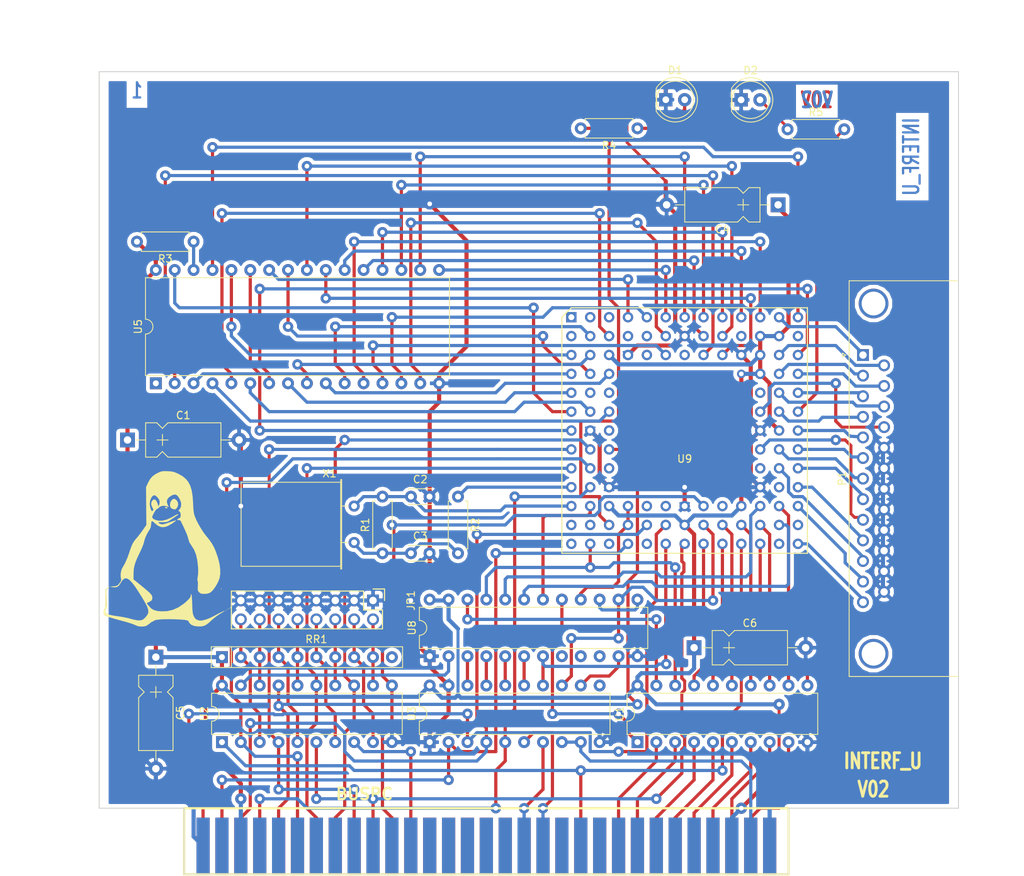
<source format=kicad_pcb>
(kicad_pcb (version 20171130) (host pcbnew "(2017-12-28 revision 70b3e58)-master")
  (title_block (title Demo) (rev 2.C) (company Kicad))
  (layers (0 Composant signal) (31 Cuivre signal) (34 B.Paste user) (35 F.Paste user) (36 B.SilkS user) (37 F.SilkS user) (38 B.Mask user hide) (39 F.Mask user hide) (44 Edge.Cuts user))
  (net 0 "")
  (net 1 /8MH-OUT)
  (net 2 /ACK)
  (net 3 /AUTOFD-)
  (net 4 /BIT0)
  (net 5 /BIT1)
  (net 6 /BIT2)
  (net 7 /BIT3)
  (net 8 /BIT4)
  (net 9 /BIT5)
  (net 10 /BIT6)
  (net 11 /BIT7)
  (net 12 /BUST+)
  (net 13 /CLKLCA)
  (net 14 /CS1-)
  (net 15 /D0)
  (net 16 /D1)
  (net 17 /D2)
  (net 18 /D3)
  (net 19 /D4)
  (net 20 /D5)
  (net 21 /D6)
  (net 22 /D7)
  (net 23 /DIR)
  (net 24 /DONE)
  (net 25 /ENBBUF)
  (net 26 /ERROR-)
  (net 27 /INIT-)
  (net 28 /LED1)
  (net 29 /LED2)
  (net 30 /MA0)
  (net 31 /MA1)
  (net 32 /MA10)
  (net 33 /MA11)
  (net 34 /MA12)
  (net 35 /MA13)
  (net 36 /MA14)
  (net 37 /MA15)
  (net 38 /MA16)
  (net 39 /MA2)
  (net 40 /MA3)
  (net 41 /MA4)
  (net 42 /MA5)
  (net 43 /MA6)
  (net 44 /MA7)
  (net 45 /MA8)
  (net 46 /MA9)
  (net 47 /MATCHL)
  (net 48 /MD0)
  (net 49 /MD1)
  (net 50 /MD2)
  (net 51 /MD3)
  (net 52 /MD4)
  (net 53 /MD5)
  (net 54 /MD6)
  (net 55 /MD7)
  (net 56 /OE-)
  (net 57 /PC-A0)
  (net 58 /PC-A1)
  (net 59 /PC-A10)
  (net 60 /PC-A11)
  (net 61 /PC-A2)
  (net 62 /PC-A3)
  (net 63 /PC-A4)
  (net 64 /PC-A5)
  (net 65 /PC-A6)
  (net 66 /PC-A7)
  (net 67 /PC-A8)
  (net 68 /PC-A9)
  (net 69 /PC-AEN)
  (net 70 /PC-DB0)
  (net 71 /PC-DB1)
  (net 72 /PC-DB2)
  (net 73 /PC-DB3)
  (net 74 /PC-DB4)
  (net 75 /PC-DB5)
  (net 76 /PC-DB6)
  (net 77 /PC-DB7)
  (net 78 /PC-IOR)
  (net 79 /PC-IOW)
  (net 80 /PC-RD)
  (net 81 /PC-RST)
  (net 82 /PC-WR)
  (net 83 /PE+)
  (net 84 /PROG-)
  (net 85 /REF10)
  (net 86 /REF11)
  (net 87 /REF4)
  (net 88 /REF5)
  (net 89 /REF6)
  (net 90 /REF7)
  (net 91 /REF8)
  (net 92 /REF9)
  (net 93 /RSTL)
  (net 94 /SEL_LPT)
  (net 95 /SLCT+)
  (net 96 /SLCTIN-)
  (net 97 /STROBE)
  (net 98 /WR-)
  (net 99 /WR_REG)
  (net 100 GND)
  (net 101 VCC)
  (net 102 "Net-(C2-Pad1)")
  (net 103 "Net-(C3-Pad1)")
  (net 104 "Net-(R3-Pad1)")
  (net 105 "Net-(U3-Pad15)")
  (net 106 "Net-(U3-Pad16)")
  (net 107 "Net-(U3-Pad17)")
  (net 108 "Net-(U3-Pad18)")
  (net 109 "Net-(D1-Pad2)")
  (net 110 "Net-(D2-Pad2)")
  (net 111 "Net-(BUS1-Pad4)")
  (net 112 "Net-(BUS1-Pad5)")
  (net 113 "Net-(BUS1-Pad6)")
  (net 114 "Net-(BUS1-Pad7)")
  (net 115 "Net-(BUS1-Pad8)")
  (net 116 "Net-(BUS1-Pad9)")
  (net 117 "Net-(BUS1-Pad10)")
  (net 118 "Net-(BUS1-Pad11)")
  (net 119 "Net-(BUS1-Pad12)")
  (net 120 "Net-(BUS1-Pad15)")
  (net 121 "Net-(BUS1-Pad16)")
  (net 122 "Net-(BUS1-Pad17)")
  (net 123 "Net-(BUS1-Pad18)")
  (net 124 "Net-(BUS1-Pad19)")
  (net 125 "Net-(BUS1-Pad20)")
  (net 126 "Net-(BUS1-Pad21)")
  (net 127 "Net-(BUS1-Pad22)")
  (net 128 "Net-(BUS1-Pad23)")
  (net 129 "Net-(BUS1-Pad24)")
  (net 130 "Net-(BUS1-Pad25)")
  (net 131 "Net-(BUS1-Pad26)")
  (net 132 "Net-(BUS1-Pad27)")
  (net 133 "Net-(BUS1-Pad28)")
  (net 134 "Net-(BUS1-Pad30)")
  (net 135 "Net-(BUS1-Pad32)")
  (net 136 "Net-(BUS1-Pad41)")
  (net 137 "Net-(BUS1-Pad43)")
  (net 138 "Net-(BUS1-Pad44)")
  (net 139 "Net-(BUS1-Pad45)")
  (net 140 "Net-(BUS1-Pad46)")
  (net 141 "Net-(BUS1-Pad47)")
  (net 142 "Net-(BUS1-Pad48)")
  (net 143 "Net-(BUS1-Pad49)")
  (net 144 "Net-(BUS1-Pad50)")
  (net 145 "Net-(RR1-Pad10)")
  (net 146 "Net-(U3-Pad11)")
  (net 147 "Net-(U9-PadN1)")
  (net 148 "Net-(U9-PadN3)")
  (net 149 "Net-(U9-PadM1)")
  (net 150 "Net-(U9-PadM2)")
  (net 151 "Net-(U9-PadJ3)")
  (net 152 "Net-(U9-PadE2)")
  (net 153 "Net-(U9-PadE3)")
  (net 154 "Net-(U9-PadC5)")
  (net 155 "Net-(U9-PadB1)")
  (net 156 "Net-(U9-PadB4)")
  (net 157 "Net-(U9-PadB5)")
  (net 158 "Net-(U9-PadB10)")
  (net 159 "Net-(U9-PadB13)")
  (net 160 "Net-(U9-PadA1)")
  (net 161 "Net-(U9-PadA2)")
  (net 162 "Net-(U9-PadA3)")
  (net 163 "Net-(U9-PadN5)")
  (net 164 "Net-(U9-PadN12)")
  (net 165 "Net-(U9-PadL5)")
  (net 166 "Net-(U9-PadL6)")
  (net 167 "Net-(U9-PadL9)")
  (net 168 "Net-(U9-PadK12)")
  (net 169 "Net-(U9-PadJ11)")
  (net 170 "Net-(U9-PadE11)")
  (net 171 "Net-(U8-Pad8)")
  (net 172 "Net-(U8-Pad9)")
  (net 173 "Net-(U8-Pad10)")
  (module interf_u:BUS_PC (layer Composant) (at 131.445 138.43)
    (fp_text reference BUS1 hide)
    (fp_text value BUSPC (at -16.4 -7) (layer F.SilkS) (effects (font (size 1.524 1.524) (thickness 0.3048))))
    (pad 62 connect rect (at -38.1 0) (size 1.778 7.62) (layers Composant F.Mask) (net 57 /PC-A0))
    (pad 61 connect rect (at -35.56 0) (size 1.778 7.62) (layers Composant F.Mask) (net 58 /PC-A1))
    (pad 60 connect rect (at -33.02 0) (size 1.778 7.62) (layers Composant F.Mask) (net 61 /PC-A2))
    (pad 59 connect rect (at -30.48 0) (size 1.778 7.62) (layers Composant F.Mask) (net 62 /PC-A3))
    (pad 58 connect rect (at -27.94 0) (size 1.778 7.62) (layers Composant F.Mask) (net 63 /PC-A4))
    (pad 57 connect rect (at -25.4 0) (size 1.778 7.62) (layers Composant F.Mask) (net 64 /PC-A5))
    (pad 56 connect rect (at -22.86 0) (size 1.778 7.62) (layers Composant F.Mask) (net 65 /PC-A6))
    (pad 55 connect rect (at -20.32 0) (size 1.778 7.62) (layers Composant F.Mask) (net 66 /PC-A7))
    (pad 54 connect rect (at -17.78 0) (size 1.778 7.62) (layers Composant F.Mask) (net 67 /PC-A8))
    (pad 53 connect rect (at -15.24 0) (size 1.778 7.62) (layers Composant F.Mask) (net 68 /PC-A9))
    (pad 52 connect rect (at -12.7 0) (size 1.778 7.62) (layers Composant F.Mask) (net 59 /PC-A10))
    (pad 51 connect rect (at -10.16 0) (size 1.778 7.62) (layers Composant F.Mask) (net 60 /PC-A11))
    (pad 50 connect rect (at -7.62 0) (size 1.778 7.62) (layers Composant F.Mask) (net 144 "Net-(BUS1-Pad50)"))
    (pad 49 connect rect (at -5.08 0) (size 1.778 7.62) (layers Composant F.Mask) (net 143 "Net-(BUS1-Pad49)"))
    (pad 48 connect rect (at -2.54 0) (size 1.778 7.62) (layers Composant F.Mask) (net 142 "Net-(BUS1-Pad48)"))
    (pad 47 connect rect (at 0 0) (size 1.778 7.62) (layers Composant F.Mask) (net 141 "Net-(BUS1-Pad47)"))
    (pad 46 connect rect (at 2.54 0) (size 1.778 7.62) (layers Composant F.Mask) (net 140 "Net-(BUS1-Pad46)"))
    (pad 45 connect rect (at 5.08 0) (size 1.778 7.62) (layers Composant F.Mask) (net 139 "Net-(BUS1-Pad45)"))
    (pad 44 connect rect (at 7.62 0) (size 1.778 7.62) (layers Composant F.Mask) (net 138 "Net-(BUS1-Pad44)"))
    (pad 43 connect rect (at 10.16 0) (size 1.778 7.62) (layers Composant F.Mask) (net 137 "Net-(BUS1-Pad43)"))
    (pad 42 connect rect (at 12.7 0) (size 1.778 7.62) (layers Composant F.Mask) (net 69 /PC-AEN))
    (pad 41 connect rect (at 15.24 0) (size 1.778 7.62) (layers Composant F.Mask) (net 136 "Net-(BUS1-Pad41)"))
    (pad 40 connect rect (at 17.78 0) (size 1.778 7.62) (layers Composant F.Mask) (net 70 /PC-DB0))
    (pad 39 connect rect (at 20.32 0) (size 1.778 7.62) (layers Composant F.Mask) (net 71 /PC-DB1))
    (pad 38 connect rect (at 22.86 0) (size 1.778 7.62) (layers Composant F.Mask) (net 72 /PC-DB2))
    (pad 37 connect rect (at 25.4 0) (size 1.778 7.62) (layers Composant F.Mask) (net 73 /PC-DB3))
    (pad 36 connect rect (at 27.94 0) (size 1.778 7.62) (layers Composant F.Mask) (net 74 /PC-DB4))
    (pad 35 connect rect (at 30.48 0) (size 1.778 7.62) (layers Composant F.Mask) (net 75 /PC-DB5))
    (pad 34 connect rect (at 33.02 0) (size 1.778 7.62) (layers Composant F.Mask) (net 76 /PC-DB6))
    (pad 33 connect rect (at 35.56 0) (size 1.778 7.62) (layers Composant F.Mask) (net 77 /PC-DB7))
    (pad 32 connect rect (at 38.1 0) (size 1.778 7.62) (layers Composant F.Mask) (net 135 "Net-(BUS1-Pad32)"))
    (pad 31 connect rect (at -38.1 0) (size 1.778 7.62) (layers Cuivre B.Mask) (net 100 GND))
    (pad 30 connect rect (at -35.56 0) (size 1.778 7.62) (layers Cuivre B.Mask) (net 134 "Net-(BUS1-Pad30)"))
    (pad 29 connect rect (at -33.02 0) (size 1.778 7.62) (layers Cuivre B.Mask) (net 101 VCC))
    (pad 28 connect rect (at -30.48 0) (size 1.778 7.62) (layers Cuivre B.Mask) (net 133 "Net-(BUS1-Pad28)"))
    (pad 27 connect rect (at -27.94 0) (size 1.778 7.62) (layers Cuivre B.Mask) (net 132 "Net-(BUS1-Pad27)"))
    (pad 26 connect rect (at -25.4 0) (size 1.778 7.62) (layers Cuivre B.Mask) (net 131 "Net-(BUS1-Pad26)"))
    (pad 25 connect rect (at -22.86 0) (size 1.778 7.62) (layers Cuivre B.Mask) (net 130 "Net-(BUS1-Pad25)"))
    (pad 24 connect rect (at -20.32 0) (size 1.778 7.62) (layers Cuivre B.Mask) (net 129 "Net-(BUS1-Pad24)"))
    (pad 23 connect rect (at -17.78 0) (size 1.778 7.62) (layers Cuivre B.Mask) (net 128 "Net-(BUS1-Pad23)"))
    (pad 22 connect rect (at -15.24 0) (size 1.778 7.62) (layers Cuivre B.Mask) (net 127 "Net-(BUS1-Pad22)"))
    (pad 21 connect rect (at -12.7 0) (size 1.778 7.62) (layers Cuivre B.Mask) (net 126 "Net-(BUS1-Pad21)"))
    (pad 20 connect rect (at -10.16 0) (size 1.778 7.62) (layers Cuivre B.Mask) (net 125 "Net-(BUS1-Pad20)"))
    (pad 19 connect rect (at -7.62 0) (size 1.778 7.62) (layers Cuivre B.Mask) (net 124 "Net-(BUS1-Pad19)"))
    (pad 18 connect rect (at -5.08 0) (size 1.778 7.62) (layers Cuivre B.Mask) (net 123 "Net-(BUS1-Pad18)"))
    (pad 17 connect rect (at -2.54 0) (size 1.778 7.62) (layers Cuivre B.Mask) (net 122 "Net-(BUS1-Pad17)"))
    (pad 16 connect rect (at 0 0) (size 1.778 7.62) (layers Cuivre B.Mask) (net 121 "Net-(BUS1-Pad16)"))
    (pad 15 connect rect (at 2.54 0) (size 1.778 7.62) (layers Cuivre B.Mask) (net 120 "Net-(BUS1-Pad15)"))
    (pad 14 connect rect (at 5.08 0) (size 1.778 7.62) (layers Cuivre B.Mask) (net 78 /PC-IOR))
    (pad 13 connect rect (at 7.62 0) (size 1.778 7.62) (layers Cuivre B.Mask) (net 79 /PC-IOW))
    (pad 12 connect rect (at 10.16 0) (size 1.778 7.62) (layers Cuivre B.Mask) (net 119 "Net-(BUS1-Pad12)"))
    (pad 11 connect rect (at 12.7 0) (size 1.778 7.62) (layers Cuivre B.Mask) (net 118 "Net-(BUS1-Pad11)"))
    (pad 10 connect rect (at 15.24 0) (size 1.778 7.62) (layers Cuivre B.Mask) (net 117 "Net-(BUS1-Pad10)"))
    (pad 9 connect rect (at 17.78 0) (size 1.778 7.62) (layers Cuivre B.Mask) (net 116 "Net-(BUS1-Pad9)"))
    (pad 8 connect rect (at 20.32 0) (size 1.778 7.62) (layers Cuivre B.Mask) (net 115 "Net-(BUS1-Pad8)"))
    (pad 7 connect rect (at 22.86 0) (size 1.778 7.62) (layers Cuivre B.Mask) (net 114 "Net-(BUS1-Pad7)"))
    (pad 6 connect rect (at 25.4 0) (size 1.778 7.62) (layers Cuivre B.Mask) (net 113 "Net-(BUS1-Pad6)"))
    (pad 5 connect rect (at 27.94 0) (size 1.778 7.62) (layers Cuivre B.Mask) (net 112 "Net-(BUS1-Pad5)"))
    (pad 4 connect rect (at 30.48 0) (size 1.778 7.62) (layers Cuivre B.Mask) (net 111 "Net-(BUS1-Pad4)"))
    (pad 3 connect rect (at 33.02 0) (size 1.778 7.62) (layers Cuivre B.Mask) (net 101 VCC))
    (pad 2 connect rect (at 35.56 0) (size 1.778 7.62) (layers Cuivre B.Mask) (net 81 /PC-RST))
    (pad 1 connect rect (at 38.1 0) (size 1.778 7.62) (layers Cuivre B.Mask) (net 100 GND))
  )
  (module interf_u:PGA120 (layer Composant) (at 158.115 82.55 180)
    (fp_text reference U9 (at 0 -3.81 180) (layer F.SilkS))
    (fp_text value 4003APG120)
    (pad N1 thru_hole circle (at 15.24 -15.24 180) (size 1.4 1.4) (drill 0.8) (layers *.Cu *.Mask) (net 147 "Net-(U9-PadN1)"))
    (pad N2 thru_hole circle (at 12.7 -15.24 180) (size 1.4 1.4) (drill 0.8) (layers *.Cu *.Mask) (net 15 /D0))
    (pad N3 thru_hole circle (at 10.16 -15.24 180) (size 1.4 1.4) (drill 0.8) (layers *.Cu *.Mask) (net 148 "Net-(U9-PadN3)"))
    (pad M1 thru_hole circle (at 15.24 -12.7 180) (size 1.4 1.4) (drill 0.8) (layers *.Cu *.Mask) (net 149 "Net-(U9-PadM1)"))
    (pad M2 thru_hole circle (at 12.7 -12.7 180) (size 1.4 1.4) (drill 0.8) (layers *.Cu *.Mask) (net 150 "Net-(U9-PadM2)"))
    (pad M3 thru_hole circle (at 10.16 -12.7 180) (size 1.4 1.4) (drill 0.8) (layers *.Cu *.Mask) (net 28 /LED1))
    (pad L1 thru_hole circle (at 15.24 -10.16 180) (size 1.4 1.4) (drill 0.8) (layers *.Cu *.Mask) (net 102 "Net-(C2-Pad1)"))
    (pad L2 thru_hole circle (at 12.7 -10.16 180) (size 1.4 1.4) (drill 0.8) (layers *.Cu *.Mask) (net 94 /SEL_LPT))
    (pad L3 thru_hole circle (at 10.16 -10.16 180) (size 1.4 1.4) (drill 0.8) (layers *.Cu *.Mask) (net 101 VCC))
    (pad K1 thru_hole circle (at 15.24 -7.62 180) (size 1.4 1.4) (drill 0.8) (layers *.Cu *.Mask) (net 1 /8MH-OUT))
    (pad K2 thru_hole circle (at 12.7 -7.62 180) (size 1.4 1.4) (drill 0.8) (layers *.Cu *.Mask) (net 62 /PC-A3))
    (pad K3 thru_hole circle (at 10.16 -7.62 180) (size 1.4 1.4) (drill 0.8) (layers *.Cu *.Mask) (net 100 GND))
    (pad J1 thru_hole circle (at 15.24 -5.08 180) (size 1.4 1.4) (drill 0.8) (layers *.Cu *.Mask) (net 65 /PC-A6))
    (pad J2 thru_hole circle (at 12.7 -5.08 180) (size 1.4 1.4) (drill 0.8) (layers *.Cu *.Mask) (net 64 /PC-A5))
    (pad J3 thru_hole circle (at 10.16 -5.08 180) (size 1.4 1.4) (drill 0.8) (layers *.Cu *.Mask) (net 151 "Net-(U9-PadJ3)"))
    (pad H1 thru_hole circle (at 15.24 -2.54 180) (size 1.4 1.4) (drill 0.8) (layers *.Cu *.Mask) (net 67 /PC-A8))
    (pad H2 thru_hole circle (at 12.7 -2.54 180) (size 1.4 1.4) (drill 0.8) (layers *.Cu *.Mask) (net 66 /PC-A7))
    (pad H3 thru_hole circle (at 10.16 -2.54 180) (size 1.4 1.4) (drill 0.8) (layers *.Cu *.Mask) (net 63 /PC-A4))
    (pad G1 thru_hole circle (at 15.24 0 180) (size 1.4 1.4) (drill 0.8) (layers *.Cu *.Mask) (net 45 /MA8))
    (pad G2 thru_hole circle (at 12.7 0 180) (size 1.4 1.4) (drill 0.8) (layers *.Cu *.Mask) (net 100 GND))
    (pad G3 thru_hole circle (at 10.16 0 180) (size 1.4 1.4) (drill 0.8) (layers *.Cu *.Mask))
    (pad F1 thru_hole circle (at 15.24 2.54 180) (size 1.4 1.4) (drill 0.8) (layers *.Cu *.Mask) (net 37 /MA15))
    (pad F2 thru_hole circle (at 12.7 2.54 180) (size 1.4 1.4) (drill 0.8) (layers *.Cu *.Mask) (net 43 /MA6))
    (pad F3 thru_hole circle (at 10.16 2.54 180) (size 1.4 1.4) (drill 0.8) (layers *.Cu *.Mask) (net 34 /MA12))
    (pad E1 thru_hole circle (at 15.24 5.08 180) (size 1.4 1.4) (drill 0.8) (layers *.Cu *.Mask) (net 41 /MA4))
    (pad E2 thru_hole circle (at 12.7 5.08 180) (size 1.4 1.4) (drill 0.8) (layers *.Cu *.Mask) (net 152 "Net-(U9-PadE2)"))
    (pad E3 thru_hole circle (at 10.16 5.08 180) (size 1.4 1.4) (drill 0.8) (layers *.Cu *.Mask) (net 153 "Net-(U9-PadE3)"))
    (pad D1 thru_hole circle (at 15.24 7.62 180) (size 1.4 1.4) (drill 0.8) (layers *.Cu *.Mask) (net 36 /MA14))
    (pad D2 thru_hole circle (at 12.7 7.62 180) (size 1.4 1.4) (drill 0.8) (layers *.Cu *.Mask) (net 33 /MA11))
    (pad D3 thru_hole circle (at 10.16 7.62 180) (size 1.4 1.4) (drill 0.8) (layers *.Cu *.Mask) (net 39 /MA2))
    (pad C1 thru_hole circle (at 15.24 10.16 180) (size 1.4 1.4) (drill 0.8) (layers *.Cu *.Mask) (net 35 /MA13))
    (pad C2 thru_hole circle (at 12.7 10.16 180) (size 1.4 1.4) (drill 0.8) (layers *.Cu *.Mask) (net 40 /MA3))
    (pad C3 thru_hole circle (at 10.16 10.16 180) (size 1.4 1.4) (drill 0.8) (layers *.Cu *.Mask) (net 101 VCC))
    (pad C4 thru_hole circle (at 7.62 10.16 180) (size 1.4 1.4) (drill 0.8) (layers *.Cu *.Mask) (net 100 GND))
    (pad C5 thru_hole circle (at 5.08 10.16 180) (size 1.4 1.4) (drill 0.8) (layers *.Cu *.Mask) (net 154 "Net-(U9-PadC5)"))
    (pad C6 thru_hole circle (at 2.54 10.16 180) (size 1.4 1.4) (drill 0.8) (layers *.Cu *.Mask) (net 48 /MD0))
    (pad C7 thru_hole circle (at 0 10.16 180) (size 1.4 1.4) (drill 0.8) (layers *.Cu *.Mask))
    (pad C8 thru_hole circle (at -2.54 10.16 180) (size 1.4 1.4) (drill 0.8) (layers *.Cu *.Mask) (net 38 /MA16))
    (pad C9 thru_hole circle (at -5.08 10.16 180) (size 1.4 1.4) (drill 0.8) (layers *.Cu *.Mask) (net 32 /MA10))
    (pad C10 thru_hole circle (at -7.62 10.16 180) (size 1.4 1.4) (drill 0.8) (layers *.Cu *.Mask) (net 100 GND))
    (pad C11 thru_hole circle (at -10.16 10.16 180) (size 1.4 1.4) (drill 0.8) (layers *.Cu *.Mask) (net 101 VCC))
    (pad C12 thru_hole circle (at -12.7 10.16 180) (size 1.4 1.4) (drill 0.8) (layers *.Cu *.Mask) (net 3 /AUTOFD-))
    (pad C13 thru_hole circle (at -15.24 10.16 180) (size 1.4 1.4) (drill 0.8) (layers *.Cu *.Mask) (net 42 /MA5))
    (pad B1 thru_hole circle (at 15.24 12.7 180) (size 1.4 1.4) (drill 0.8) (layers *.Cu *.Mask) (net 155 "Net-(U9-PadB1)"))
    (pad B2 thru_hole circle (at 12.7 12.7 180) (size 1.4 1.4) (drill 0.8) (layers *.Cu *.Mask) (net 31 /MA1))
    (pad B3 thru_hole circle (at 10.16 12.7 180) (size 1.4 1.4) (drill 0.8) (layers *.Cu *.Mask) (net 44 /MA7))
    (pad B4 thru_hole circle (at 7.62 12.7 180) (size 1.4 1.4) (drill 0.8) (layers *.Cu *.Mask) (net 156 "Net-(U9-PadB4)"))
    (pad B5 thru_hole circle (at 5.08 12.7 180) (size 1.4 1.4) (drill 0.8) (layers *.Cu *.Mask) (net 157 "Net-(U9-PadB5)"))
    (pad B6 thru_hole circle (at 2.54 12.7 180) (size 1.4 1.4) (drill 0.8) (layers *.Cu *.Mask) (net 50 /MD2))
    (pad B7 thru_hole circle (at 0 12.7 180) (size 1.4 1.4) (drill 0.8) (layers *.Cu *.Mask) (net 100 GND))
    (pad B8 thru_hole circle (at -2.54 12.7 180) (size 1.4 1.4) (drill 0.8) (layers *.Cu *.Mask) (net 55 /MD7))
    (pad B9 thru_hole circle (at -5.08 12.7 180) (size 1.4 1.4) (drill 0.8) (layers *.Cu *.Mask) (net 56 /OE-))
    (pad B10 thru_hole circle (at -7.62 12.7 180) (size 1.4 1.4) (drill 0.8) (layers *.Cu *.Mask) (net 158 "Net-(U9-PadB10)"))
    (pad B11 thru_hole circle (at -10.16 12.7 180) (size 1.4 1.4) (drill 0.8) (layers *.Cu *.Mask) (net 101 VCC))
    (pad B12 thru_hole circle (at -12.7 12.7 180) (size 1.4 1.4) (drill 0.8) (layers *.Cu *.Mask) (net 101 VCC))
    (pad B13 thru_hole circle (at -15.24 12.7 180) (size 1.4 1.4) (drill 0.8) (layers *.Cu *.Mask) (net 159 "Net-(U9-PadB13)"))
    (pad A1 thru_hole rect (at 15.24 15.24 180) (size 1.4 1.4) (drill 0.8) (layers *.Cu *.Mask) (net 160 "Net-(U9-PadA1)"))
    (pad A2 thru_hole circle (at 12.7 15.24 180) (size 1.4 1.4) (drill 0.8) (layers *.Cu *.Mask) (net 161 "Net-(U9-PadA2)"))
    (pad A3 thru_hole circle (at 10.16 15.24 180) (size 1.4 1.4) (drill 0.8) (layers *.Cu *.Mask) (net 162 "Net-(U9-PadA3)"))
    (pad A4 thru_hole circle (at 7.62 15.24 180) (size 1.4 1.4) (drill 0.8) (layers *.Cu *.Mask) (net 46 /MA9))
    (pad A5 thru_hole circle (at 5.08 15.24 180) (size 1.4 1.4) (drill 0.8) (layers *.Cu *.Mask) (net 49 /MD1))
    (pad A6 thru_hole circle (at 2.54 15.24 180) (size 1.4 1.4) (drill 0.8) (layers *.Cu *.Mask) (net 51 /MD3))
    (pad A7 thru_hole circle (at 0 15.24 180) (size 1.4 1.4) (drill 0.8) (layers *.Cu *.Mask) (net 52 /MD4))
    (pad A8 thru_hole circle (at -2.54 15.24 180) (size 1.4 1.4) (drill 0.8) (layers *.Cu *.Mask) (net 53 /MD5))
    (pad A9 thru_hole circle (at -5.08 15.24 180) (size 1.4 1.4) (drill 0.8) (layers *.Cu *.Mask) (net 54 /MD6))
    (pad A10 thru_hole circle (at -7.62 15.24 180) (size 1.4 1.4) (drill 0.8) (layers *.Cu *.Mask) (net 14 /CS1-))
    (pad A11 thru_hole circle (at -10.16 15.24 180) (size 1.4 1.4) (drill 0.8) (layers *.Cu *.Mask) (net 30 /MA0))
    (pad A12 thru_hole circle (at -12.7 15.24 180) (size 1.4 1.4) (drill 0.8) (layers *.Cu *.Mask) (net 97 /STROBE))
    (pad A13 thru_hole circle (at -15.24 15.24 180) (size 1.4 1.4) (drill 0.8) (layers *.Cu *.Mask) (net 98 /WR-))
    (pad N4 thru_hole circle (at 7.62 -15.24 180) (size 1.4 1.4) (drill 0.8) (layers *.Cu *.Mask) (net 58 /PC-A1))
    (pad N5 thru_hole circle (at 5.08 -15.24 180) (size 1.4 1.4) (drill 0.8) (layers *.Cu *.Mask) (net 163 "Net-(U9-PadN5)"))
    (pad N6 thru_hole circle (at 2.54 -15.24 180) (size 1.4 1.4) (drill 0.8) (layers *.Cu *.Mask) (net 82 /PC-WR))
    (pad N7 thru_hole circle (at 0 -15.24 180) (size 1.4 1.4) (drill 0.8) (layers *.Cu *.Mask) (net 68 /PC-A9))
    (pad N8 thru_hole circle (at -2.54 -15.24 180) (size 1.4 1.4) (drill 0.8) (layers *.Cu *.Mask) (net 16 /D1))
    (pad N9 thru_hole circle (at -5.08 -15.24 180) (size 1.4 1.4) (drill 0.8) (layers *.Cu *.Mask) (net 17 /D2))
    (pad N10 thru_hole circle (at -7.62 -15.24 180) (size 1.4 1.4) (drill 0.8) (layers *.Cu *.Mask) (net 69 /PC-AEN))
    (pad N11 thru_hole circle (at -10.16 -15.24 180) (size 1.4 1.4) (drill 0.8) (layers *.Cu *.Mask) (net 20 /D5))
    (pad N12 thru_hole circle (at -12.7 -15.24 180) (size 1.4 1.4) (drill 0.8) (layers *.Cu *.Mask) (net 164 "Net-(U9-PadN12)"))
    (pad N13 thru_hole circle (at -15.24 -15.24 180) (size 1.4 1.4) (drill 0.8) (layers *.Cu *.Mask) (net 95 /SLCT+))
    (pad M4 thru_hole circle (at 7.62 -12.7 180) (size 1.4 1.4) (drill 0.8) (layers *.Cu *.Mask) (net 13 /CLKLCA))
    (pad M5 thru_hole circle (at 5.08 -12.7 180) (size 1.4 1.4) (drill 0.8) (layers *.Cu *.Mask) (net 61 /PC-A2))
    (pad M6 thru_hole circle (at 2.54 -12.7 180) (size 1.4 1.4) (drill 0.8) (layers *.Cu *.Mask) (net 57 /PC-A0))
    (pad M7 thru_hole circle (at 0 -12.7 180) (size 1.4 1.4) (drill 0.8) (layers *.Cu *.Mask) (net 101 VCC))
    (pad M8 thru_hole circle (at -2.54 -12.7 180) (size 1.4 1.4) (drill 0.8) (layers *.Cu *.Mask) (net 80 /PC-RD))
    (pad M9 thru_hole circle (at -5.08 -12.7 180) (size 1.4 1.4) (drill 0.8) (layers *.Cu *.Mask) (net 18 /D3))
    (pad M10 thru_hole circle (at -7.62 -12.7 180) (size 1.4 1.4) (drill 0.8) (layers *.Cu *.Mask) (net 19 /D4))
    (pad M11 thru_hole circle (at -10.16 -12.7 180) (size 1.4 1.4) (drill 0.8) (layers *.Cu *.Mask) (net 21 /D6))
    (pad M12 thru_hole circle (at -12.7 -12.7 180) (size 1.4 1.4) (drill 0.8) (layers *.Cu *.Mask) (net 84 /PROG-))
    (pad M13 thru_hole circle (at -15.24 -12.7 180) (size 1.4 1.4) (drill 0.8) (layers *.Cu *.Mask))
    (pad L4 thru_hole circle (at 7.62 -10.16 180) (size 1.4 1.4) (drill 0.8) (layers *.Cu *.Mask) (net 13 /CLKLCA))
    (pad L5 thru_hole circle (at 5.08 -10.16 180) (size 1.4 1.4) (drill 0.8) (layers *.Cu *.Mask) (net 165 "Net-(U9-PadL5)"))
    (pad L6 thru_hole circle (at 2.54 -10.16 180) (size 1.4 1.4) (drill 0.8) (layers *.Cu *.Mask) (net 166 "Net-(U9-PadL6)"))
    (pad L7 thru_hole circle (at 0 -10.16 180) (size 1.4 1.4) (drill 0.8) (layers *.Cu *.Mask) (net 100 GND))
    (pad L8 thru_hole circle (at -2.54 -10.16 180) (size 1.4 1.4) (drill 0.8) (layers *.Cu *.Mask) (net 59 /PC-A10))
    (pad L9 thru_hole circle (at -5.08 -10.16 180) (size 1.4 1.4) (drill 0.8) (layers *.Cu *.Mask) (net 167 "Net-(U9-PadL9)"))
    (pad L10 thru_hole circle (at -7.62 -10.16 180) (size 1.4 1.4) (drill 0.8) (layers *.Cu *.Mask) (net 101 VCC))
    (pad L11 thru_hole circle (at -10.16 -10.16 180) (size 1.4 1.4) (drill 0.8) (layers *.Cu *.Mask) (net 24 /DONE))
    (pad L12 thru_hole circle (at -12.7 -10.16 180) (size 1.4 1.4) (drill 0.8) (layers *.Cu *.Mask) (net 22 /D7))
    (pad L13 thru_hole circle (at -15.24 -10.16 180) (size 1.4 1.4) (drill 0.8) (layers *.Cu *.Mask) (net 83 /PE+))
    (pad K11 thru_hole circle (at -10.16 -7.62 180) (size 1.4 1.4) (drill 0.8) (layers *.Cu *.Mask) (net 100 GND))
    (pad K12 thru_hole circle (at -12.7 -7.62 180) (size 1.4 1.4) (drill 0.8) (layers *.Cu *.Mask) (net 168 "Net-(U9-PadK12)"))
    (pad K13 thru_hole circle (at -15.24 -7.62 180) (size 1.4 1.4) (drill 0.8) (layers *.Cu *.Mask) (net 2 /ACK))
    (pad J11 thru_hole circle (at -10.16 -5.08 180) (size 1.4 1.4) (drill 0.8) (layers *.Cu *.Mask) (net 169 "Net-(U9-PadJ11)"))
    (pad J12 thru_hole circle (at -12.7 -5.08 180) (size 1.4 1.4) (drill 0.8) (layers *.Cu *.Mask) (net 12 /BUST+))
    (pad J13 thru_hole circle (at -15.24 -5.08 180) (size 1.4 1.4) (drill 0.8) (layers *.Cu *.Mask) (net 10 /BIT6))
    (pad H11 thru_hole circle (at -10.16 -2.54 180) (size 1.4 1.4) (drill 0.8) (layers *.Cu *.Mask) (net 11 /BIT7))
    (pad H12 thru_hole circle (at -12.7 -2.54 180) (size 1.4 1.4) (drill 0.8) (layers *.Cu *.Mask) (net 9 /BIT5))
    (pad H13 thru_hole circle (at -15.24 -2.54 180) (size 1.4 1.4) (drill 0.8) (layers *.Cu *.Mask) (net 8 /BIT4))
    (pad G11 thru_hole circle (at -10.16 0 180) (size 1.4 1.4) (drill 0.8) (layers *.Cu *.Mask) (net 100 GND))
    (pad G12 thru_hole circle (at -12.7 0 180) (size 1.4 1.4) (drill 0.8) (layers *.Cu *.Mask) (net 101 VCC))
    (pad G13 thru_hole circle (at -15.24 0 180) (size 1.4 1.4) (drill 0.8) (layers *.Cu *.Mask) (net 7 /BIT3))
    (pad F11 thru_hole circle (at -10.16 2.54 180) (size 1.4 1.4) (drill 0.8) (layers *.Cu *.Mask) (net 96 /SLCTIN-))
    (pad F12 thru_hole circle (at -12.7 2.54 180) (size 1.4 1.4) (drill 0.8) (layers *.Cu *.Mask) (net 6 /BIT2))
    (pad F13 thru_hole circle (at -15.24 2.54 180) (size 1.4 1.4) (drill 0.8) (layers *.Cu *.Mask) (net 29 /LED2))
    (pad E11 thru_hole circle (at -10.16 5.08 180) (size 1.4 1.4) (drill 0.8) (layers *.Cu *.Mask) (net 170 "Net-(U9-PadE11)"))
    (pad E12 thru_hole circle (at -12.7 5.08 180) (size 1.4 1.4) (drill 0.8) (layers *.Cu *.Mask) (net 27 /INIT-))
    (pad E13 thru_hole circle (at -15.24 5.08 180) (size 1.4 1.4) (drill 0.8) (layers *.Cu *.Mask) (net 5 /BIT1))
    (pad D11 thru_hole circle (at -10.16 7.62 180) (size 1.4 1.4) (drill 0.8) (layers *.Cu *.Mask) (net 101 VCC))
    (pad D12 thru_hole circle (at -12.7 7.62 180) (size 1.4 1.4) (drill 0.8) (layers *.Cu *.Mask) (net 4 /BIT0))
    (pad D13 thru_hole circle (at -15.24 7.62 180) (size 1.4 1.4) (drill 0.8) (layers *.Cu *.Mask) (net 26 /ERROR-))
  )
  (module Resistor_THT:R_Array_SIP10 (layer Composant) (at 95.885 113.03)
    (fp_text reference RR1 (at 12.7 -2.4) (layer F.SilkS))
    (fp_text value 9x1K)
    (pad 1 thru_hole rect (at 0 0) (size 1.6 1.6) (drill 0.8) (layers *.Cu *.Mask) (net 101 VCC))
    (pad 2 thru_hole oval (at 2.54 0) (size 1.6 1.6) (drill 0.8) (layers *.Cu *.Mask) (net 88 /REF5))
    (pad 3 thru_hole oval (at 5.08 0) (size 1.6 1.6) (drill 0.8) (layers *.Cu *.Mask) (net 87 /REF4))
    (pad 4 thru_hole oval (at 7.62 0) (size 1.6 1.6) (drill 0.8) (layers *.Cu *.Mask) (net 91 /REF8))
    (pad 5 thru_hole oval (at 10.16 0) (size 1.6 1.6) (drill 0.8) (layers *.Cu *.Mask) (net 89 /REF6))
    (pad 6 thru_hole oval (at 12.7 0) (size 1.6 1.6) (drill 0.8) (layers *.Cu *.Mask) (net 92 /REF9))
    (pad 7 thru_hole oval (at 15.24 0) (size 1.6 1.6) (drill 0.8) (layers *.Cu *.Mask) (net 90 /REF7))
    (pad 8 thru_hole oval (at 17.78 0) (size 1.6 1.6) (drill 0.8) (layers *.Cu *.Mask) (net 86 /REF11))
    (pad 9 thru_hole oval (at 20.32 0) (size 1.6 1.6) (drill 0.8) (layers *.Cu *.Mask) (net 85 /REF10))
    (pad 10 thru_hole oval (at 22.86 0) (size 1.6 1.6) (drill 0.8) (layers *.Cu *.Mask) (net 145 "Net-(RR1-Pad10)"))
  )
  (module Connector_Dsub:DSUB-25_Female_Horizontal_P2.77x2.84mm_EdgePinOffset9.90mm_Housed_MountingHolesOffset11.32mm (layer Composant) (at 182.1 72.4 90)
    (fp_text reference P1 (at -16.62 -2.8 90) (layer F.SilkS))
    (fp_text value DB25FEMELLE)
    (pad 1 thru_hole rect (at 0 0 90) (size 1.6 1.6) (drill 1) (layers *.Cu *.Mask) (net 97 /STROBE))
    (pad 2 thru_hole circle (at -2.77 0 90) (size 1.6 1.6) (drill 1) (layers *.Cu *.Mask) (net 4 /BIT0))
    (pad 3 thru_hole circle (at -5.54 0 90) (size 1.6 1.6) (drill 1) (layers *.Cu *.Mask) (net 5 /BIT1))
    (pad 4 thru_hole circle (at -8.31 0 90) (size 1.6 1.6) (drill 1) (layers *.Cu *.Mask) (net 6 /BIT2))
    (pad 5 thru_hole circle (at -11.08 0 90) (size 1.6 1.6) (drill 1) (layers *.Cu *.Mask) (net 7 /BIT3))
    (pad 6 thru_hole circle (at -13.85 0 90) (size 1.6 1.6) (drill 1) (layers *.Cu *.Mask) (net 8 /BIT4))
    (pad 7 thru_hole circle (at -16.62 0 90) (size 1.6 1.6) (drill 1) (layers *.Cu *.Mask) (net 9 /BIT5))
    (pad 8 thru_hole circle (at -19.39 0 90) (size 1.6 1.6) (drill 1) (layers *.Cu *.Mask) (net 10 /BIT6))
    (pad 9 thru_hole circle (at -22.16 0 90) (size 1.6 1.6) (drill 1) (layers *.Cu *.Mask) (net 11 /BIT7))
    (pad 10 thru_hole circle (at -24.93 0 90) (size 1.6 1.6) (drill 1) (layers *.Cu *.Mask) (net 2 /ACK))
    (pad 11 thru_hole circle (at -27.7 0 90) (size 1.6 1.6) (drill 1) (layers *.Cu *.Mask) (net 12 /BUST+))
    (pad 12 thru_hole circle (at -30.47 0 90) (size 1.6 1.6) (drill 1) (layers *.Cu *.Mask) (net 83 /PE+))
    (pad 13 thru_hole circle (at -33.24 0 90) (size 1.6 1.6) (drill 1) (layers *.Cu *.Mask) (net 95 /SLCT+))
    (pad 14 thru_hole circle (at -1.385 2.84 90) (size 1.6 1.6) (drill 1) (layers *.Cu *.Mask) (net 3 /AUTOFD-))
    (pad 15 thru_hole circle (at -4.155 2.84 90) (size 1.6 1.6) (drill 1) (layers *.Cu *.Mask) (net 26 /ERROR-))
    (pad 16 thru_hole circle (at -6.925 2.84 90) (size 1.6 1.6) (drill 1) (layers *.Cu *.Mask) (net 27 /INIT-))
    (pad 17 thru_hole circle (at -9.695 2.84 90) (size 1.6 1.6) (drill 1) (layers *.Cu *.Mask) (net 96 /SLCTIN-))
    (pad 18 thru_hole circle (at -12.465 2.84 90) (size 1.6 1.6) (drill 1) (layers *.Cu *.Mask) (net 100 GND))
    (pad 19 thru_hole circle (at -15.235 2.84 90) (size 1.6 1.6) (drill 1) (layers *.Cu *.Mask) (net 100 GND))
    (pad 20 thru_hole circle (at -18.005 2.84 90) (size 1.6 1.6) (drill 1) (layers *.Cu *.Mask) (net 100 GND))
    (pad 21 thru_hole circle (at -20.775 2.84 90) (size 1.6 1.6) (drill 1) (layers *.Cu *.Mask) (net 100 GND))
    (pad 22 thru_hole circle (at -23.545 2.84 90) (size 1.6 1.6) (drill 1) (layers *.Cu *.Mask) (net 100 GND))
    (pad 23 thru_hole circle (at -26.315 2.84 90) (size 1.6 1.6) (drill 1) (layers *.Cu *.Mask) (net 100 GND))
    (pad 24 thru_hole circle (at -29.085 2.84 90) (size 1.6 1.6) (drill 1) (layers *.Cu *.Mask) (net 100 GND))
    (pad 25 thru_hole circle (at -31.855 2.84 90) (size 1.6 1.6) (drill 1) (layers *.Cu *.Mask) (net 100 GND))
    (pad 0 thru_hole circle (at -40.17 1.42 90) (size 4 4) (drill 3.2) (layers *.Cu *.Mask))
    (pad 0 thru_hole circle (at 6.93 1.42 90) (size 4 4) (drill 3.2) (layers *.Cu *.Mask))
  )
  (module LED_THT:LED_D5.0mm (layer Composant) (at 165.71 38.08)
    (fp_text reference D2 (at 1.27 -3.96) (layer F.SilkS))
    (fp_text value LED)
    (pad 2 thru_hole circle (at 2.54 0) (size 1.8 1.8) (drill 0.9) (layers *.Cu *.Mask) (net 110 "Net-(D2-Pad2)"))
    (pad 1 thru_hole rect (at 0 0) (size 1.8 1.8) (drill 0.9) (layers *.Cu *.Mask) (net 100 GND))
  )
  (module LED_THT:LED_D5.0mm (layer Composant) (at 155.58 38.06)
    (fp_text reference D1 (at 1.27 -3.96) (layer F.SilkS))
    (fp_text value LED)
    (pad 1 thru_hole rect (at 0 0) (size 1.8 1.8) (drill 0.9) (layers *.Cu *.Mask) (net 100 GND))
    (pad 2 thru_hole circle (at 2.54 0) (size 1.8 1.8) (drill 0.9) (layers *.Cu *.Mask) (net 109 "Net-(D1-Pad2)"))
  )
  (module Resistor_THT:R_Axial_DIN0207_L6.3mm_D2.5mm_P7.62mm_Horizontal (layer Composant) (at 151.765 41.91 180)
    (fp_text reference R4 (at 3.81 -2.31 180) (layer F.SilkS))
    (fp_text value 330)
    (pad 1 thru_hole circle (at 0 0 180) (size 1.6 1.6) (drill 0.8) (layers *.Cu *.Mask) (net 109 "Net-(D1-Pad2)"))
    (pad 2 thru_hole oval (at 7.62 0 180) (size 1.6 1.6) (drill 0.8) (layers *.Cu *.Mask) (net 28 /LED1))
  )
  (module Resistor_THT:R_Axial_DIN0207_L6.3mm_D2.5mm_P7.62mm_Horizontal (layer Composant) (at 171.958 42.037)
    (fp_text reference R5 (at 3.81 -2.31) (layer F.SilkS))
    (fp_text value 330)
    (pad 2 thru_hole oval (at 7.62 0) (size 1.6 1.6) (drill 0.8) (layers *.Cu *.Mask) (net 29 /LED2))
    (pad 1 thru_hole circle (at 0 0) (size 1.6 1.6) (drill 0.8) (layers *.Cu *.Mask) (net 110 "Net-(D2-Pad2)"))
  )
  (module LOGO (layer Composant) (at 88.646 98.425)
    (fp_text reference G1 hide)
    (fp_text value Tux hide)
  )
  (module Crystal:Crystal_HC18-U_Horizontal (layer Composant) (at 113.665 92.71 270)
    (fp_text reference X1 (at -4.375 3.3125) (layer F.SilkS))
    (fp_text value 8MHz)
    (pad 1 thru_hole circle (at 0 0 270) (size 1.5 1.5) (drill 0.8) (layers *.Cu *.Mask) (net 102 "Net-(C2-Pad1)"))
    (pad 2 thru_hole circle (at 4.9 0 270) (size 1.5 1.5) (drill 0.8) (layers *.Cu *.Mask) (net 103 "Net-(C3-Pad1)"))
  )
  (module Pin_Headers:Pin_Header_Straight_2x08 (layer Composant) (at 116.205 105.41 270)
    (fp_text reference JP1 (at 0 -5.1 270) (layer F.SilkS))
    (fp_text value CONN_8X2 hide)
    (pad 1 thru_hole rect (at 0 0 270) (size 1.6 1.6) (drill 1) (layers *.Cu *.Mask) (net 100 GND))
    (pad 2 thru_hole circle (at 2.54 0 270) (size 1.6 1.6) (drill 1) (layers *.Cu *.Mask) (net 85 /REF10))
    (pad 3 thru_hole circle (at 0 2.54 270) (size 1.6 1.6) (drill 1) (layers *.Cu *.Mask) (net 100 GND))
    (pad 4 thru_hole circle (at 2.54 2.54 270) (size 1.6 1.6) (drill 1) (layers *.Cu *.Mask) (net 86 /REF11))
    (pad 5 thru_hole circle (at 0 5.08 270) (size 1.6 1.6) (drill 1) (layers *.Cu *.Mask) (net 100 GND))
    (pad 6 thru_hole circle (at 2.54 5.08 270) (size 1.6 1.6) (drill 1) (layers *.Cu *.Mask) (net 90 /REF7))
    (pad 7 thru_hole circle (at 0 7.62 270) (size 1.6 1.6) (drill 1) (layers *.Cu *.Mask) (net 100 GND))
    (pad 8 thru_hole circle (at 2.54 7.62 270) (size 1.6 1.6) (drill 1) (layers *.Cu *.Mask) (net 92 /REF9))
    (pad 9 thru_hole circle (at 0 10.16 270) (size 1.6 1.6) (drill 1) (layers *.Cu *.Mask) (net 100 GND))
    (pad 10 thru_hole circle (at 2.54 10.16 270) (size 1.6 1.6) (drill 1) (layers *.Cu *.Mask) (net 89 /REF6))
    (pad 11 thru_hole circle (at 0 12.7 270) (size 1.6 1.6) (drill 1) (layers *.Cu *.Mask) (net 100 GND))
    (pad 12 thru_hole circle (at 2.54 12.7 270) (size 1.6 1.6) (drill 1) (layers *.Cu *.Mask) (net 91 /REF8))
    (pad 13 thru_hole circle (at 0 15.24 270) (size 1.6 1.6) (drill 1) (layers *.Cu *.Mask) (net 100 GND))
    (pad 14 thru_hole circle (at 2.54 15.24 270) (size 1.6 1.6) (drill 1) (layers *.Cu *.Mask) (net 87 /REF4))
    (pad 15 thru_hole circle (at 0 17.78 270) (size 1.6 1.6) (drill 1) (layers *.Cu *.Mask) (net 100 GND))
    (pad 16 thru_hole circle (at 2.54 17.78 270) (size 1.6 1.6) (drill 1) (layers *.Cu *.Mask) (net 88 /REF5))
  )
  (module Capacitor_THT:CP_Axial_L10.0mm_D4.5mm_P15.00mm_Horizontal (layer Composant) (at 159.385 111.76)
    (fp_text reference C6 (at 7.5 -3.31) (layer F.SilkS))
    (fp_text value 47uF)
    (pad 1 thru_hole rect (at 0 0) (size 2 2) (drill 1) (layers *.Cu *.Mask) (net 101 VCC))
    (pad 2 thru_hole oval (at 15 0) (size 2 2) (drill 1) (layers *.Cu *.Mask) (net 100 GND))
  )
  (module Capacitor_THT:CP_Axial_L10.0mm_D4.5mm_P15.00mm_Horizontal (layer Composant) (at 86.995 113.03 270)
    (fp_text reference C5 (at 7.5 -3.31 270) (layer F.SilkS))
    (fp_text value 47uF)
    (pad 1 thru_hole rect (at 0 0 270) (size 2 2) (drill 1) (layers *.Cu *.Mask) (net 101 VCC))
    (pad 2 thru_hole oval (at 15 0 270) (size 2 2) (drill 1) (layers *.Cu *.Mask) (net 100 GND))
  )
  (module Capacitor_THT:CP_Axial_L10.0mm_D4.5mm_P15.00mm_Horizontal (layer Composant) (at 170.688 52.197 180)
    (fp_text reference C4 (at 7.5 -3.31 180) (layer F.SilkS))
    (fp_text value 47uF)
    (pad 1 thru_hole rect (at 0 0 180) (size 2 2) (drill 1) (layers *.Cu *.Mask) (net 101 VCC))
    (pad 2 thru_hole oval (at 15 0 180) (size 2 2) (drill 1) (layers *.Cu *.Mask) (net 100 GND))
  )
  (module Capacitor_THT:CP_Axial_L10.0mm_D4.5mm_P15.00mm_Horizontal (layer Composant) (at 83.185 83.82)
    (fp_text reference C1 (at 7.5 -3.31) (layer F.SilkS))
    (fp_text value 47uF)
    (pad 1 thru_hole rect (at 0 0) (size 2 2) (drill 1) (layers *.Cu *.Mask) (net 101 VCC))
    (pad 2 thru_hole oval (at 15 0) (size 2 2) (drill 1) (layers *.Cu *.Mask) (net 100 GND))
  )
  (module Resistors_THT:R_Axial_DIN0207_L6.3mm_D2.5mm_P7.62mm_Horizontal (layer Composant) (at 127.635 91.44 270)
    (fp_text reference R2 (at 3.81 -2.31 270) (layer F.SilkS))
    (fp_text value 1K)
    (pad 1 thru_hole circle (at 0 0 270) (size 1.6 1.6) (drill 0.8) (layers *.Cu *.Mask) (net 1 /8MH-OUT))
    (pad 2 thru_hole oval (at 7.62 0 270) (size 1.6 1.6) (drill 0.8) (layers *.Cu *.Mask) (net 103 "Net-(C3-Pad1)"))
  )
  (module Resistors_THT:R_Axial_DIN0207_L6.3mm_D2.5mm_P7.62mm_Horizontal (layer Composant) (at 117.475 99.06 90)
    (fp_text reference R1 (at 3.81 -2.31 90) (layer F.SilkS))
    (fp_text value 100K)
    (pad 1 thru_hole circle (at 0 0 90) (size 1.6 1.6) (drill 0.8) (layers *.Cu *.Mask) (net 103 "Net-(C3-Pad1)"))
    (pad 2 thru_hole oval (at 7.62 0 90) (size 1.6 1.6) (drill 0.8) (layers *.Cu *.Mask) (net 102 "Net-(C2-Pad1)"))
  )
  (module Resistors_THT:R_Axial_DIN0207_L6.3mm_D2.5mm_P7.62mm_Horizontal (layer Composant) (at 92.075 57.15 180)
    (fp_text reference R3 (at 3.81 -2.31) (layer F.SilkS))
    (fp_text value 10K)
    (pad 1 thru_hole circle (at 0 0 180) (size 1.6 1.6) (drill 0.8) (layers *.Cu *.Mask) (net 104 "Net-(R3-Pad1)"))
    (pad 2 thru_hole oval (at 7.62 0 180) (size 1.6 1.6) (drill 0.8) (layers *.Cu *.Mask) (net 101 VCC))
  )
  (module Capacitor_THT:C_Disc_D3.0mm_W2.0mm_P2.50mm (layer Composant) (at 121.305 99.06)
    (fp_text reference C3 (at 1.25 -2.31) (layer F.SilkS))
    (fp_text value 47pF)
    (pad 1 thru_hole circle (at 0 0) (size 1.6 1.6) (drill 0.8) (layers *.Cu *.Mask) (net 103 "Net-(C3-Pad1)"))
    (pad 2 thru_hole circle (at 2.5 0) (size 1.6 1.6) (drill 0.8) (layers *.Cu *.Mask) (net 100 GND))
  )
  (module Capacitor_THT:C_Disc_D3.0mm_W2.0mm_P2.50mm (layer Composant) (at 121.305 91.44)
    (fp_text reference C2 (at 1.25 -2.31) (layer F.SilkS))
    (fp_text value 47pF)
    (pad 1 thru_hole circle (at 0 0) (size 1.6 1.6) (drill 0.8) (layers *.Cu *.Mask) (net 102 "Net-(C2-Pad1)"))
    (pad 2 thru_hole circle (at 2.5 0) (size 1.6 1.6) (drill 0.8) (layers *.Cu *.Mask) (net 100 GND))
  )
  (module Package_DIP:DIP-20_W7.62mm (layer Composant) (at 123.825 124.46 90)
    (fp_text reference U3 (at 3.81 -2.39 90) (layer F.SilkS))
    (fp_text value 74LS541)
    (pad 1 thru_hole rect (at 0 0 90) (size 1.6 1.6) (drill 0.8) (layers *.Cu *.Mask) (net 100 GND))
    (pad 11 thru_hole oval (at 7.62 22.86 90) (size 1.6 1.6) (drill 0.8) (layers *.Cu *.Mask) (net 146 "Net-(U3-Pad11)"))
    (pad 2 thru_hole oval (at 0 2.54 90) (size 1.6 1.6) (drill 0.8) (layers *.Cu *.Mask) (net 58 /PC-A1))
    (pad 12 thru_hole oval (at 7.62 20.32 90) (size 1.6 1.6) (drill 0.8) (layers *.Cu *.Mask) (net 93 /RSTL))
    (pad 3 thru_hole oval (at 0 5.08 90) (size 1.6 1.6) (drill 0.8) (layers *.Cu *.Mask) (net 57 /PC-A0))
    (pad 13 thru_hole oval (at 7.62 17.78 90) (size 1.6 1.6) (drill 0.8) (layers *.Cu *.Mask) (net 80 /PC-RD))
    (pad 4 thru_hole oval (at 0 7.62 90) (size 1.6 1.6) (drill 0.8) (layers *.Cu *.Mask) (net 61 /PC-A2))
    (pad 14 thru_hole oval (at 7.62 15.24 90) (size 1.6 1.6) (drill 0.8) (layers *.Cu *.Mask) (net 82 /PC-WR))
    (pad 5 thru_hole oval (at 0 10.16 90) (size 1.6 1.6) (drill 0.8) (layers *.Cu *.Mask) (net 62 /PC-A3))
    (pad 15 thru_hole oval (at 7.62 12.7 90) (size 1.6 1.6) (drill 0.8) (layers *.Cu *.Mask) (net 105 "Net-(U3-Pad15)"))
    (pad 6 thru_hole oval (at 0 12.7 90) (size 1.6 1.6) (drill 0.8) (layers *.Cu *.Mask) (net 79 /PC-IOW))
    (pad 16 thru_hole oval (at 7.62 10.16 90) (size 1.6 1.6) (drill 0.8) (layers *.Cu *.Mask) (net 106 "Net-(U3-Pad16)"))
    (pad 7 thru_hole oval (at 0 15.24 90) (size 1.6 1.6) (drill 0.8) (layers *.Cu *.Mask) (net 78 /PC-IOR))
    (pad 17 thru_hole oval (at 7.62 7.62 90) (size 1.6 1.6) (drill 0.8) (layers *.Cu *.Mask) (net 107 "Net-(U3-Pad17)"))
    (pad 8 thru_hole oval (at 0 17.78 90) (size 1.6 1.6) (drill 0.8) (layers *.Cu *.Mask) (net 81 /PC-RST))
    (pad 18 thru_hole oval (at 7.62 5.08 90) (size 1.6 1.6) (drill 0.8) (layers *.Cu *.Mask) (net 108 "Net-(U3-Pad18)"))
    (pad 9 thru_hole oval (at 0 20.32 90) (size 1.6 1.6) (drill 0.8) (layers *.Cu *.Mask) (net 81 /PC-RST))
    (pad 19 thru_hole oval (at 7.62 2.54 90) (size 1.6 1.6) (drill 0.8) (layers *.Cu *.Mask) (net 100 GND))
    (pad 10 thru_hole oval (at 0 22.86 90) (size 1.6 1.6) (drill 0.8) (layers *.Cu *.Mask) (net 100 GND))
    (pad 20 thru_hole oval (at 7.62 0 90) (size 1.6 1.6) (drill 0.8) (layers *.Cu *.Mask) (net 101 VCC))
  )
  (module Package_DIP:DIP-20_W7.62mm (layer Composant) (at 95.885 124.46 90)
    (fp_text reference U2 (at 3.81 -2.39 90) (layer F.SilkS))
    (fp_text value 74LS688)
    (pad 1 thru_hole rect (at 0 0 90) (size 1.6 1.6) (drill 0.8) (layers *.Cu *.Mask) (net 69 /PC-AEN))
    (pad 11 thru_hole oval (at 7.62 22.86 90) (size 1.6 1.6) (drill 0.8) (layers *.Cu *.Mask) (net 59 /PC-A10))
    (pad 2 thru_hole oval (at 0 2.54 90) (size 1.6 1.6) (drill 0.8) (layers *.Cu *.Mask) (net 64 /PC-A5))
    (pad 12 thru_hole oval (at 7.62 20.32 90) (size 1.6 1.6) (drill 0.8) (layers *.Cu *.Mask) (net 85 /REF10))
    (pad 3 thru_hole oval (at 0 5.08 90) (size 1.6 1.6) (drill 0.8) (layers *.Cu *.Mask) (net 88 /REF5))
    (pad 13 thru_hole oval (at 7.62 17.78 90) (size 1.6 1.6) (drill 0.8) (layers *.Cu *.Mask) (net 66 /PC-A7))
    (pad 4 thru_hole oval (at 0 7.62 90) (size 1.6 1.6) (drill 0.8) (layers *.Cu *.Mask) (net 67 /PC-A8))
    (pad 14 thru_hole oval (at 7.62 15.24 90) (size 1.6 1.6) (drill 0.8) (layers *.Cu *.Mask) (net 90 /REF7))
    (pad 5 thru_hole oval (at 0 10.16 90) (size 1.6 1.6) (drill 0.8) (layers *.Cu *.Mask) (net 91 /REF8))
    (pad 15 thru_hole oval (at 7.62 12.7 90) (size 1.6 1.6) (drill 0.8) (layers *.Cu *.Mask) (net 65 /PC-A6))
    (pad 6 thru_hole oval (at 0 12.7 90) (size 1.6 1.6) (drill 0.8) (layers *.Cu *.Mask) (net 68 /PC-A9))
    (pad 16 thru_hole oval (at 7.62 10.16 90) (size 1.6 1.6) (drill 0.8) (layers *.Cu *.Mask) (net 89 /REF6))
    (pad 7 thru_hole oval (at 0 15.24 90) (size 1.6 1.6) (drill 0.8) (layers *.Cu *.Mask) (net 92 /REF9))
    (pad 17 thru_hole oval (at 7.62 7.62 90) (size 1.6 1.6) (drill 0.8) (layers *.Cu *.Mask) (net 63 /PC-A4))
    (pad 8 thru_hole oval (at 0 17.78 90) (size 1.6 1.6) (drill 0.8) (layers *.Cu *.Mask) (net 60 /PC-A11))
    (pad 18 thru_hole oval (at 7.62 5.08 90) (size 1.6 1.6) (drill 0.8) (layers *.Cu *.Mask) (net 87 /REF4))
    (pad 9 thru_hole oval (at 0 20.32 90) (size 1.6 1.6) (drill 0.8) (layers *.Cu *.Mask) (net 86 /REF11))
    (pad 19 thru_hole oval (at 7.62 2.54 90) (size 1.6 1.6) (drill 0.8) (layers *.Cu *.Mask) (net 47 /MATCHL))
    (pad 10 thru_hole oval (at 0 22.86 90) (size 1.6 1.6) (drill 0.8) (layers *.Cu *.Mask) (net 100 GND))
    (pad 20 thru_hole oval (at 7.62 0 90) (size 1.6 1.6) (drill 0.8) (layers *.Cu *.Mask) (net 101 VCC))
  )
  (module Package_DIP:DIP-20_W7.62mm (layer Composant) (at 151.765 124.46 90)
    (fp_text reference U1 (at 3.81 -2.39 90) (layer F.SilkS))
    (fp_text value 74LS245)
    (pad 1 thru_hole rect (at 0 0 90) (size 1.6 1.6) (drill 0.8) (layers *.Cu *.Mask) (net 23 /DIR))
    (pad 11 thru_hole oval (at 7.62 22.86 90) (size 1.6 1.6) (drill 0.8) (layers *.Cu *.Mask) (net 22 /D7))
    (pad 2 thru_hole oval (at 0 2.54 90) (size 1.6 1.6) (drill 0.8) (layers *.Cu *.Mask) (net 70 /PC-DB0))
    (pad 12 thru_hole oval (at 7.62 20.32 90) (size 1.6 1.6) (drill 0.8) (layers *.Cu *.Mask) (net 21 /D6))
    (pad 3 thru_hole oval (at 0 5.08 90) (size 1.6 1.6) (drill 0.8) (layers *.Cu *.Mask) (net 71 /PC-DB1))
    (pad 13 thru_hole oval (at 7.62 17.78 90) (size 1.6 1.6) (drill 0.8) (layers *.Cu *.Mask) (net 20 /D5))
    (pad 4 thru_hole oval (at 0 7.62 90) (size 1.6 1.6) (drill 0.8) (layers *.Cu *.Mask) (net 72 /PC-DB2))
    (pad 14 thru_hole oval (at 7.62 15.24 90) (size 1.6 1.6) (drill 0.8) (layers *.Cu *.Mask) (net 19 /D4))
    (pad 5 thru_hole oval (at 0 10.16 90) (size 1.6 1.6) (drill 0.8) (layers *.Cu *.Mask) (net 73 /PC-DB3))
    (pad 15 thru_hole oval (at 7.62 12.7 90) (size 1.6 1.6) (drill 0.8) (layers *.Cu *.Mask) (net 18 /D3))
    (pad 6 thru_hole oval (at 0 12.7 90) (size 1.6 1.6) (drill 0.8) (layers *.Cu *.Mask) (net 74 /PC-DB4))
    (pad 16 thru_hole oval (at 7.62 10.16 90) (size 1.6 1.6) (drill 0.8) (layers *.Cu *.Mask) (net 17 /D2))
    (pad 7 thru_hole oval (at 0 15.24 90) (size 1.6 1.6) (drill 0.8) (layers *.Cu *.Mask) (net 75 /PC-DB5))
    (pad 17 thru_hole oval (at 7.62 7.62 90) (size 1.6 1.6) (drill 0.8) (layers *.Cu *.Mask) (net 16 /D1))
    (pad 8 thru_hole oval (at 0 17.78 90) (size 1.6 1.6) (drill 0.8) (layers *.Cu *.Mask) (net 76 /PC-DB6))
    (pad 18 thru_hole oval (at 7.62 5.08 90) (size 1.6 1.6) (drill 0.8) (layers *.Cu *.Mask) (net 15 /D0))
    (pad 9 thru_hole oval (at 0 20.32 90) (size 1.6 1.6) (drill 0.8) (layers *.Cu *.Mask) (net 77 /PC-DB7))
    (pad 19 thru_hole oval (at 7.62 2.54 90) (size 1.6 1.6) (drill 0.8) (layers *.Cu *.Mask) (net 25 /ENBBUF))
    (pad 10 thru_hole oval (at 0 22.86 90) (size 1.6 1.6) (drill 0.8) (layers *.Cu *.Mask) (net 100 GND))
    (pad 20 thru_hole oval (at 7.62 0 90) (size 1.6 1.6) (drill 0.8) (layers *.Cu *.Mask) (net 101 VCC))
  )
  (module Package_DIP:DIP-32_W15.24mm (layer Composant) (at 86.995 76.2 90)
    (fp_text reference U5 (at 7.62 -2.39 90) (layer F.SilkS))
    (fp_text value 628128)
    (pad 32 thru_hole oval (at 15.24 0 90) (size 1.6 1.6) (drill 0.8) (layers *.Cu *.Mask) (net 101 VCC))
    (pad 16 thru_hole oval (at 0 38.1 90) (size 1.6 1.6) (drill 0.8) (layers *.Cu *.Mask) (net 100 GND))
    (pad 31 thru_hole oval (at 15.24 2.54 90) (size 1.6 1.6) (drill 0.8) (layers *.Cu *.Mask) (net 37 /MA15))
    (pad 15 thru_hole oval (at 0 35.56 90) (size 1.6 1.6) (drill 0.8) (layers *.Cu *.Mask) (net 50 /MD2))
    (pad 30 thru_hole oval (at 15.24 5.08 90) (size 1.6 1.6) (drill 0.8) (layers *.Cu *.Mask) (net 104 "Net-(R3-Pad1)"))
    (pad 14 thru_hole oval (at 0 33.02 90) (size 1.6 1.6) (drill 0.8) (layers *.Cu *.Mask) (net 49 /MD1))
    (pad 29 thru_hole oval (at 15.24 7.62 90) (size 1.6 1.6) (drill 0.8) (layers *.Cu *.Mask) (net 98 /WR-))
    (pad 13 thru_hole oval (at 0 30.48 90) (size 1.6 1.6) (drill 0.8) (layers *.Cu *.Mask) (net 48 /MD0))
    (pad 28 thru_hole oval (at 15.24 10.16 90) (size 1.6 1.6) (drill 0.8) (layers *.Cu *.Mask) (net 35 /MA13))
    (pad 12 thru_hole oval (at 0 27.94 90) (size 1.6 1.6) (drill 0.8) (layers *.Cu *.Mask) (net 30 /MA0))
    (pad 27 thru_hole oval (at 15.24 12.7 90) (size 1.6 1.6) (drill 0.8) (layers *.Cu *.Mask) (net 45 /MA8))
    (pad 11 thru_hole oval (at 0 25.4 90) (size 1.6 1.6) (drill 0.8) (layers *.Cu *.Mask) (net 31 /MA1))
    (pad 26 thru_hole oval (at 15.24 15.24 90) (size 1.6 1.6) (drill 0.8) (layers *.Cu *.Mask) (net 46 /MA9))
    (pad 10 thru_hole oval (at 0 22.86 90) (size 1.6 1.6) (drill 0.8) (layers *.Cu *.Mask) (net 39 /MA2))
    (pad 25 thru_hole oval (at 15.24 17.78 90) (size 1.6 1.6) (drill 0.8) (layers *.Cu *.Mask) (net 33 /MA11))
    (pad 9 thru_hole oval (at 0 20.32 90) (size 1.6 1.6) (drill 0.8) (layers *.Cu *.Mask) (net 40 /MA3))
    (pad 24 thru_hole oval (at 15.24 20.32 90) (size 1.6 1.6) (drill 0.8) (layers *.Cu *.Mask) (net 56 /OE-))
    (pad 8 thru_hole oval (at 0 17.78 90) (size 1.6 1.6) (drill 0.8) (layers *.Cu *.Mask) (net 41 /MA4))
    (pad 23 thru_hole oval (at 15.24 22.86 90) (size 1.6 1.6) (drill 0.8) (layers *.Cu *.Mask) (net 32 /MA10))
    (pad 7 thru_hole oval (at 0 15.24 90) (size 1.6 1.6) (drill 0.8) (layers *.Cu *.Mask) (net 42 /MA5))
    (pad 22 thru_hole oval (at 15.24 25.4 90) (size 1.6 1.6) (drill 0.8) (layers *.Cu *.Mask) (net 14 /CS1-))
    (pad 6 thru_hole oval (at 0 12.7 90) (size 1.6 1.6) (drill 0.8) (layers *.Cu *.Mask) (net 43 /MA6))
    (pad 21 thru_hole oval (at 15.24 27.94 90) (size 1.6 1.6) (drill 0.8) (layers *.Cu *.Mask) (net 55 /MD7))
    (pad 5 thru_hole oval (at 0 10.16 90) (size 1.6 1.6) (drill 0.8) (layers *.Cu *.Mask) (net 44 /MA7))
    (pad 20 thru_hole oval (at 15.24 30.48 90) (size 1.6 1.6) (drill 0.8) (layers *.Cu *.Mask) (net 54 /MD6))
    (pad 4 thru_hole oval (at 0 7.62 90) (size 1.6 1.6) (drill 0.8) (layers *.Cu *.Mask) (net 34 /MA12))
    (pad 19 thru_hole oval (at 15.24 33.02 90) (size 1.6 1.6) (drill 0.8) (layers *.Cu *.Mask) (net 53 /MD5))
    (pad 3 thru_hole oval (at 0 5.08 90) (size 1.6 1.6) (drill 0.8) (layers *.Cu *.Mask) (net 36 /MA14))
    (pad 18 thru_hole oval (at 15.24 35.56 90) (size 1.6 1.6) (drill 0.8) (layers *.Cu *.Mask) (net 52 /MD4))
    (pad 2 thru_hole oval (at 0 2.54 90) (size 1.6 1.6) (drill 0.8) (layers *.Cu *.Mask) (net 38 /MA16))
    (pad 17 thru_hole oval (at 15.24 38.1 90) (size 1.6 1.6) (drill 0.8) (layers *.Cu *.Mask) (net 51 /MD3))
    (pad 1 thru_hole rect (at 0 0 90) (size 1.6 1.6) (drill 0.8) (layers *.Cu *.Mask))
  )
  (module Package_DIP:DIP-24_W7.62mm (layer Composant) (at 123.825 112.903 90)
    (fp_text reference U8 (at 3.81 -2.39 90) (layer F.SilkS))
    (fp_text value EP600)
    (pad 1 thru_hole rect (at 0 0 90) (size 1.6 1.6) (drill 0.8) (layers *.Cu *.Mask) (net 100 GND))
    (pad 13 thru_hole oval (at 7.62 27.94 90) (size 1.6 1.6) (drill 0.8) (layers *.Cu *.Mask) (net 99 /WR_REG))
    (pad 2 thru_hole oval (at 0 2.54 90) (size 1.6 1.6) (drill 0.8) (layers *.Cu *.Mask) (net 47 /MATCHL))
    (pad 14 thru_hole oval (at 7.62 25.4 90) (size 1.6 1.6) (drill 0.8) (layers *.Cu *.Mask) (net 80 /PC-RD))
    (pad 3 thru_hole oval (at 0 5.08 90) (size 1.6 1.6) (drill 0.8) (layers *.Cu *.Mask) (net 108 "Net-(U3-Pad18)"))
    (pad 15 thru_hole oval (at 7.62 22.86 90) (size 1.6 1.6) (drill 0.8) (layers *.Cu *.Mask) (net 99 /WR_REG))
    (pad 4 thru_hole oval (at 0 7.62 90) (size 1.6 1.6) (drill 0.8) (layers *.Cu *.Mask) (net 107 "Net-(U3-Pad17)"))
    (pad 16 thru_hole oval (at 7.62 20.32 90) (size 1.6 1.6) (drill 0.8) (layers *.Cu *.Mask) (net 13 /CLKLCA))
    (pad 5 thru_hole oval (at 0 10.16 90) (size 1.6 1.6) (drill 0.8) (layers *.Cu *.Mask) (net 106 "Net-(U3-Pad16)"))
    (pad 17 thru_hole oval (at 7.62 17.78 90) (size 1.6 1.6) (drill 0.8) (layers *.Cu *.Mask) (net 23 /DIR))
    (pad 6 thru_hole oval (at 0 12.7 90) (size 1.6 1.6) (drill 0.8) (layers *.Cu *.Mask) (net 105 "Net-(U3-Pad15)"))
    (pad 18 thru_hole oval (at 7.62 15.24 90) (size 1.6 1.6) (drill 0.8) (layers *.Cu *.Mask) (net 94 /SEL_LPT))
    (pad 7 thru_hole oval (at 0 15.24 90) (size 1.6 1.6) (drill 0.8) (layers *.Cu *.Mask) (net 82 /PC-WR))
    (pad 19 thru_hole oval (at 7.62 12.7 90) (size 1.6 1.6) (drill 0.8) (layers *.Cu *.Mask) (net 84 /PROG-))
    (pad 8 thru_hole oval (at 0 17.78 90) (size 1.6 1.6) (drill 0.8) (layers *.Cu *.Mask) (net 171 "Net-(U8-Pad8)"))
    (pad 20 thru_hole oval (at 7.62 10.16 90) (size 1.6 1.6) (drill 0.8) (layers *.Cu *.Mask) (net 24 /DONE))
    (pad 9 thru_hole oval (at 0 20.32 90) (size 1.6 1.6) (drill 0.8) (layers *.Cu *.Mask) (net 172 "Net-(U8-Pad9)"))
    (pad 21 thru_hole oval (at 7.62 7.62 90) (size 1.6 1.6) (drill 0.8) (layers *.Cu *.Mask) (net 15 /D0))
    (pad 10 thru_hole oval (at 0 22.86 90) (size 1.6 1.6) (drill 0.8) (layers *.Cu *.Mask) (net 173 "Net-(U8-Pad10)"))
    (pad 22 thru_hole oval (at 7.62 5.08 90) (size 1.6 1.6) (drill 0.8) (layers *.Cu *.Mask) (net 25 /ENBBUF))
    (pad 11 thru_hole oval (at 0 25.4 90) (size 1.6 1.6) (drill 0.8) (layers *.Cu *.Mask) (net 93 /RSTL))
    (pad 23 thru_hole oval (at 7.62 2.54 90) (size 1.6 1.6) (drill 0.8) (layers *.Cu *.Mask) (net 101 VCC))
    (pad 12 thru_hole oval (at 0 27.94 90) (size 1.6 1.6) (drill 0.8) (layers *.Cu *.Mask) (net 100 GND))
    (pad 24 thru_hole oval (at 7.62 0 90) (size 1.6 1.6) (drill 0.8) (layers *.Cu *.Mask) (net 101 VCC))
  )
  (gr_text 1 (at 84.455 36.83) (layer Cuivre) (effects (font (size 2.032 1.524) (thickness 0.3048)) (justify mirror)))
  (gr_text 2 (at 81.915 39.37) (layer Composant) (effects (font (size 2.032 1.524) (thickness 0.3048))))
  (gr_text INTERF_U (at 188.595 45.72 90) (layer Cuivre) (effects (font (size 2.032 1.524) (thickness 0.3048)) (justify mirror)))
  (gr_text INTERF_U (at 183.515 45.72 90) (layer Composant) (effects (font (size 2.032 1.524) (thickness 0.3048))))
  (gr_text V02 (at 175.895 38.1) (layer Cuivre) (effects (font (size 2.032 1.524) (thickness 0.381)) (justify mirror)))
  (gr_text V02 (at 175.895 38.1) (layer Composant) (effects (font (size 2.032 1.524) (thickness 0.381))))
  (gr_text INTERF_U (at 184.785 127) (layer F.SilkS) (effects (font (size 2.032 1.524) (thickness 0.381))))
  (gr_text V02 (at 183.515 130.81) (layer F.SilkS) (effects (font (size 2.032 1.524) (thickness 0.381))))
  (gr_line (start 90.805 133.35) (end 90.805 140.97) (layer Edge.Cuts) (width 0.127))
  (gr_line (start 90.805 140.97) (end 90.805 142.24) (layer Edge.Cuts) (width 0.127))
  (gr_line (start 90.805 142.24) (end 172.085 142.24) (layer Edge.Cuts) (width 0.127))
  (gr_line (start 172.085 142.24) (end 172.085 133.35) (layer Edge.Cuts) (width 0.127))
  (gr_line (start 172.085 133.35) (end 194.945 133.35) (layer Edge.Cuts) (width 0.127))
  (gr_line (start 194.945 133.35) (end 194.945 34.29) (layer Edge.Cuts) (width 0.127))
  (gr_line (start 90.805 133.35) (end 79.375 133.35) (layer Edge.Cuts) (width 0.127))
  (gr_line (start 79.375 133.35) (end 79.375 34.29) (layer Edge.Cuts) (width 0.127))
  (gr_line (start 79.375 34.29) (end 194.945 34.29) (layer Edge.Cuts) (width 0.127))
  (segment (start 128.905 90.17) (end 142.875 90.17) (width 0.4318) (layer Cuivre) (net 1))
  (segment (start 127.635 91.44) (end 128.905 90.17) (width 0.4318) (layer Cuivre) (net 1))
  (segment (start 173.355 90.17) (end 175.26 90.17) (width 0.4318) (layer Cuivre) (net 2))
  (segment (start 180.34 95.25) (end 175.26 90.17) (width 0.4318) (layer Cuivre) (net 2))
  (segment (start 182.245 97.282) (end 180.34 95.377) (width 0.4318) (layer Cuivre) (net 2))
  (segment (start 180.34 95.25) (end 180.34 95.377) (width 0.4318) (layer Cuivre) (net 2))
  (segment (start 170.815 72.39) (end 172.085 71.12) (width 0.4318) (layer Cuivre) (net 3))
  (segment (start 178.435 71.12) (end 181.102 73.787) (width 0.4318) (layer Cuivre) (net 3))
  (segment (start 184.785 73.787) (end 184.785 73.9648) (width 0.4318) (layer Cuivre) (net 3))
  (segment (start 181.102 73.787) (end 184.785 73.787) (width 0.4318) (layer Cuivre) (net 3))
  (segment (start 172.085 71.12) (end 178.435 71.12) (width 0.4318) (layer Cuivre) (net 3))
  (segment (start 170.815 74.93) (end 172.085 73.66) (width 0.4318) (layer Cuivre) (net 4))
  (segment (start 172.085 73.66) (end 179.705 73.66) (width 0.4318) (layer Cuivre) (net 4))
  (segment (start 180.975 74.93) (end 182.245 74.93) (width 0.4318) (layer Cuivre) (net 4))
  (segment (start 182.245 74.93) (end 182.245 75.184) (width 0.4318) (layer Cuivre) (net 4))
  (segment (start 179.705 73.66) (end 180.975 74.93) (width 0.4318) (layer Cuivre) (net 4))
  (segment (start 173.355 77.47) (end 182.245 77.47) (width 0.4318) (layer Cuivre) (net 5))
  (segment (start 182.245 77.47) (end 182.245 77.851) (width 0.4318) (layer Cuivre) (net 5))
  (segment (start 176.657 80.772) (end 182.245 80.772) (width 0.4318) (layer Cuivre) (net 6))
  (segment (start 182.245 80.772) (end 182.245 80.645) (width 0.4318) (layer Cuivre) (net 6))
  (segment (start 176.149 81.28) (end 176.657 80.772) (width 0.4318) (layer Cuivre) (net 6))
  (segment (start 172.085 81.28) (end 176.149 81.28) (width 0.4318) (layer Cuivre) (net 6))
  (segment (start 170.815 80.01) (end 172.085 81.28) (width 0.4318) (layer Cuivre) (net 6))
  (segment (start 173.355 82.55) (end 179.578 82.55) (width 0.4318) (layer Cuivre) (net 7))
  (segment (start 180.34 83.312) (end 182.245 83.439) (width 0.4318) (layer Cuivre) (net 7))
  (segment (start 179.578 82.55) (end 180.34 83.312) (width 0.4318) (layer Cuivre) (net 7))
  (segment (start 179.578 85.09) (end 180.594 86.106) (width 0.4318) (layer Cuivre) (net 8))
  (segment (start 173.355 85.09) (end 179.578 85.09) (width 0.4318) (layer Cuivre) (net 8))
  (segment (start 182.245 86.106) (end 182.245 86.233) (width 0.4318) (layer Cuivre) (net 8))
  (segment (start 180.594 86.106) (end 182.245 86.106) (width 0.4318) (layer Cuivre) (net 8))
  (segment (start 172.085 86.36) (end 178.435 86.36) (width 0.4318) (layer Cuivre) (net 9))
  (segment (start 178.435 86.36) (end 180.975 88.9) (width 0.4318) (layer Cuivre) (net 9))
  (segment (start 180.975 88.9) (end 182.245 88.9) (width 0.4318) (layer Cuivre) (net 9))
  (segment (start 170.815 85.09) (end 172.085 86.36) (width 0.4318) (layer Cuivre) (net 9))
  (segment (start 178.435 87.63) (end 182.245 91.44) (width 0.4318) (layer Cuivre) (net 10))
  (segment (start 182.245 91.44) (end 182.245 91.694) (width 0.4318) (layer Cuivre) (net 10))
  (segment (start 173.355 87.63) (end 178.435 87.63) (width 0.4318) (layer Cuivre) (net 10))
  (segment (start 180.975 94.234) (end 181.774 94.234) (width 0.4) (layer Composant) (net 11))
  (segment (start 181.774 94.234) (end 182.1 94.56) (width 0.4) (layer Composant) (net 11))
  (segment (start 180.467 93.726) (end 180.975 94.234) (width 0.4) (layer Composant) (net 11))
  (segment (start 180.467 92.202) (end 180.467 93.726) (width 0.4) (layer Composant) (net 11))
  (segment (start 180.467 84.582) (end 180.467 92.202) (width 0.4318) (layer Composant) (net 11))
  (segment (start 179.705 83.82) (end 180.467 84.582) (width 0.4318) (layer Composant) (net 11))
  (segment (start 178.435 83.82) (end 179.705 83.82) (width 0.4318) (layer Composant) (net 11))
  (segment (start 182.245 93.98) (end 182.245 94.488) (width 0.4318) (layer Composant) (net 11))
  (via (at 178.435 83.82) (size 1.397) (layers Composant Cuivre) (net 11))
  (segment (start 168.275 85.09) (end 169.545 83.82) (width 0.4318) (layer Cuivre) (net 11))
  (segment (start 169.545 83.82) (end 178.435 83.82) (width 0.4318) (layer Cuivre) (net 11))
  (segment (start 172.085 90.805) (end 172.72 91.44) (width 0.4318) (layer Cuivre) (net 12))
  (segment (start 182.245 99.695) (end 182.245 99.949) (width 0.4318) (layer Cuivre) (net 12))
  (segment (start 172.72 91.44) (end 173.99 91.44) (width 0.4318) (layer Cuivre) (net 12))
  (segment (start 173.99 91.44) (end 182.245 99.695) (width 0.4318) (layer Cuivre) (net 12))
  (segment (start 172.085 88.9) (end 172.085 90.805) (width 0.4318) (layer Cuivre) (net 12))
  (segment (start 170.815 87.63) (end 172.085 88.9) (width 0.4318) (layer Cuivre) (net 12))
  (segment (start 148.463 103.632) (end 144.9705 103.632) (width 0.4318) (layer Composant) (net 13))
  (segment (start 149.225 102.87) (end 148.463 103.632) (width 0.4318) (layer Composant) (net 13))
  (segment (start 150.495 95.25) (end 149.225 96.52) (width 0.4318) (layer Composant) (net 13))
  (segment (start 149.225 96.52) (end 149.225 102.87) (width 0.4318) (layer Composant) (net 13))
  (segment (start 144.9705 103.632) (end 144.145 104.4575) (width 0.4318) (layer Composant) (net 13))
  (segment (start 144.145 104.4575) (end 144.145 105.41) (width 0.4318) (layer Composant) (net 13))
  (segment (start 150.495 92.71) (end 150.495 95.25) (width 0.4318) (layer Composant) (net 13))
  (segment (start 165.735 58.42) (end 113.665 58.42) (width 0.4318) (layer Cuivre) (net 14))
  (segment (start 165.735 67.31) (end 165.735 58.42) (width 0.4318) (layer Composant) (net 14))
  (via (at 165.735 58.42) (size 1.397) (layers Composant Cuivre) (net 14))
  (segment (start 112.395 59.69) (end 112.395 60.96) (width 0.4318) (layer Cuivre) (net 14))
  (segment (start 113.665 58.42) (end 112.395 59.69) (width 0.4318) (layer Cuivre) (net 14))
  (segment (start 131.445 105.41) (end 131.445 102.235) (width 0.4318) (layer Cuivre) (net 15))
  (segment (start 145.415 100.965) (end 145.415 97.79) (width 0.4318) (layer Composant) (net 15))
  (segment (start 156.845 100.965) (end 156.845 116.84) (width 0.4318) (layer Composant) (net 15))
  (segment (start 148.59 100.33) (end 156.21 100.33) (width 0.4318) (layer Cuivre) (net 15))
  (segment (start 131.445 102.235) (end 132.715 100.965) (width 0.4318) (layer Cuivre) (net 15))
  (segment (start 145.415 100.965) (end 147.955 100.965) (width 0.4318) (layer Cuivre) (net 15))
  (segment (start 132.715 100.965) (end 145.415 100.965) (width 0.4318) (layer Cuivre) (net 15))
  (segment (start 156.21 100.33) (end 156.845 100.965) (width 0.4318) (layer Cuivre) (net 15))
  (via (at 156.845 100.965) (size 1.397) (layers Composant Cuivre) (net 15))
  (via (at 145.415 100.965) (size 1.397) (layers Composant Cuivre) (net 15))
  (segment (start 147.955 100.965) (end 148.59 100.33) (width 0.4318) (layer Cuivre) (net 15))
  (segment (start 160.655 106.68) (end 160.655 97.79) (width 0.4318) (layer Composant) (net 16))
  (segment (start 161.29 107.315) (end 160.655 106.68) (width 0.4318) (layer Composant) (net 16))
  (segment (start 161.29 113.665) (end 161.29 107.315) (width 0.4318) (layer Composant) (net 16))
  (segment (start 159.385 116.84) (end 159.385 115.57) (width 0.4318) (layer Composant) (net 16))
  (segment (start 159.385 115.57) (end 161.29 113.665) (width 0.4318) (layer Composant) (net 16))
  (segment (start 163.195 114.3) (end 161.925 115.57) (width 0.4318) (layer Composant) (net 17))
  (segment (start 161.925 115.57) (end 161.925 116.84) (width 0.4318) (layer Composant) (net 17))
  (segment (start 163.195 97.79) (end 163.195 114.3) (width 0.4318) (layer Composant) (net 17))
  (segment (start 164.465 96.52) (end 164.465 116.84) (width 0.4318) (layer Composant) (net 18))
  (segment (start 163.195 95.25) (end 164.465 96.52) (width 0.4318) (layer Composant) (net 18))
  (segment (start 165.735 95.25) (end 167.005 96.52) (width 0.4318) (layer Composant) (net 19))
  (segment (start 167.005 96.52) (end 167.005 116.84) (width 0.4318) (layer Composant) (net 19))
  (segment (start 168.275 112.395) (end 169.545 113.665) (width 0.4318) (layer Composant) (net 20))
  (segment (start 169.545 113.665) (end 169.545 116.84) (width 0.4318) (layer Composant) (net 20))
  (segment (start 168.275 97.79) (end 168.275 112.395) (width 0.4318) (layer Composant) (net 20))
  (segment (start 168.275 95.25) (end 169.545 96.52) (width 0.4318) (layer Composant) (net 21))
  (segment (start 169.545 96.52) (end 169.545 111.76) (width 0.4318) (layer Composant) (net 21))
  (segment (start 172.085 114.3) (end 172.085 116.84) (width 0.4318) (layer Composant) (net 21))
  (segment (start 169.545 111.76) (end 172.085 114.3) (width 0.4318) (layer Composant) (net 21))
  (segment (start 170.815 92.71) (end 172.085 93.98) (width 0.4318) (layer Composant) (net 22))
  (segment (start 172.085 112.395) (end 174.625 114.935) (width 0.4318) (layer Composant) (net 22))
  (segment (start 174.625 114.935) (end 174.625 116.84) (width 0.4318) (layer Composant) (net 22))
  (segment (start 172.085 93.98) (end 172.085 112.395) (width 0.4318) (layer Composant) (net 22))
  (segment (start 150.495 121.92) (end 150.495 123.19) (width 0.4318) (layer Composant) (net 23))
  (segment (start 140.335 120.65) (end 149.225 120.65) (width 0.4318) (layer Cuivre) (net 23))
  (segment (start 150.495 123.19) (end 151.765 124.46) (width 0.4318) (layer Composant) (net 23))
  (via (at 149.225 120.65) (size 1.397) (layers Composant Cuivre) (net 23))
  (via (at 140.335 120.65) (size 1.397) (layers Composant Cuivre) (net 23))
  (segment (start 149.225 120.65) (end 150.495 121.92) (width 0.4318) (layer Composant) (net 23))
  (segment (start 141.605 109.22) (end 140.335 110.49) (width 0.4318) (layer Composant) (net 23))
  (segment (start 141.605 105.41) (end 141.605 109.22) (width 0.4318) (layer Composant) (net 23))
  (segment (start 140.335 110.49) (end 140.335 120.65) (width 0.4318) (layer Composant) (net 23))
  (segment (start 167.005 101.6) (end 167.005 93.98) (width 0.4318) (layer Cuivre) (net 24))
  (segment (start 154.305 101.6) (end 154.94 102.235) (width 0.4318) (layer Cuivre) (net 24))
  (segment (start 166.37 102.235) (end 167.005 101.6) (width 0.4318) (layer Cuivre) (net 24))
  (segment (start 134.3025 102.235) (end 149.225 102.235) (width 0.4318) (layer Cuivre) (net 24))
  (segment (start 133.985 102.5525) (end 134.3025 102.235) (width 0.4318) (layer Cuivre) (net 24))
  (segment (start 133.985 105.41) (end 133.985 102.5525) (width 0.4318) (layer Cuivre) (net 24))
  (segment (start 167.005 93.98) (end 168.275 92.71) (width 0.4318) (layer Cuivre) (net 24))
  (segment (start 149.86 101.6) (end 154.305 101.6) (width 0.4318) (layer Cuivre) (net 24))
  (segment (start 149.225 102.235) (end 149.86 101.6) (width 0.4318) (layer Cuivre) (net 24))
  (segment (start 154.94 102.235) (end 166.37 102.235) (width 0.4318) (layer Cuivre) (net 24))
  (segment (start 128.905 107.95) (end 154.305 107.95) (width 0.4318) (layer Cuivre) (net 25))
  (segment (start 154.305 107.95) (end 154.305 116.84) (width 0.4318) (layer Composant) (net 25))
  (via (at 154.305 107.95) (size 1.397) (layers Composant Cuivre) (net 25))
  (segment (start 128.905 105.41) (end 128.905 107.95) (width 0.4318) (layer Composant) (net 25))
  (via (at 128.905 107.95) (size 1.397) (layers Composant Cuivre) (net 25))
  (segment (start 173.355 74.93) (end 179.451 74.93) (width 0.4318) (layer Cuivre) (net 26))
  (segment (start 181.102 76.581) (end 184.785 76.581) (width 0.4318) (layer Cuivre) (net 26))
  (segment (start 184.785 76.5048) (end 184.785 76.581) (width 0.4318) (layer Cuivre) (net 26))
  (segment (start 179.451 74.93) (end 181.102 76.581) (width 0.4318) (layer Cuivre) (net 26))
  (segment (start 170.815 77.47) (end 172.085 78.74) (width 0.4318) (layer Cuivre) (net 27))
  (segment (start 180.721 78.74) (end 181.229 79.248) (width 0.4318) (layer Cuivre) (net 27))
  (segment (start 184.785 79.248) (end 184.785 79.2988) (width 0.4318) (layer Cuivre) (net 27))
  (segment (start 172.085 78.74) (end 180.721 78.74) (width 0.4318) (layer Cuivre) (net 27))
  (segment (start 181.229 79.248) (end 184.785 79.248) (width 0.4318) (layer Cuivre) (net 27))
  (segment (start 144.145 91.44) (end 144.145 81.28) (width 0.4318) (layer Composant) (net 28))
  (segment (start 146.685 91.44) (end 144.145 91.44) (width 0.4318) (layer Composant) (net 28))
  (segment (start 147.955 95.25) (end 146.685 93.98) (width 0.4318) (layer Composant) (net 28))
  (segment (start 147.955 64.77) (end 147.955 43.561) (width 0.4318) (layer Composant) (net 28))
  (segment (start 146.685 93.98) (end 146.685 91.44) (width 0.4318) (layer Composant) (net 28))
  (segment (start 147.955 43.561) (end 146.304 41.91) (width 0.4318) (layer Composant) (net 28))
  (segment (start 144.145 81.28) (end 149.225 81.28) (width 0.4318) (layer Composant) (net 28))
  (segment (start 149.225 81.28) (end 149.225 66.04) (width 0.4318) (layer Composant) (net 28))
  (segment (start 146.304 41.91) (end 144.145 41.91) (width 0.4318) (layer Composant) (net 28))
  (segment (start 149.225 66.04) (end 147.955 64.77) (width 0.4318) (layer Composant) (net 28))
  (segment (start 175.895 77.47) (end 175.895 46.736) (width 0.4318) (layer Composant) (net 29))
  (segment (start 179.578 42.037) (end 175.895 45.72) (width 0.381) (layer Composant) (net 29))
  (segment (start 175.895 45.72) (end 175.895 46.736) (width 0.381) (layer Composant) (net 29))
  (segment (start 173.355 80.01) (end 175.895 77.47) (width 0.4318) (layer Composant) (net 29))
  (via (at 113.665 57.15) (size 1.397) (layers Composant Cuivre) (net 30))
  (segment (start 114.935 74.93) (end 113.665 73.66) (width 0.4318) (layer Composant) (net 30))
  (segment (start 168.275 67.31) (end 168.275 57.15) (width 0.4318) (layer Composant) (net 30))
  (segment (start 113.665 57.15) (end 113.665 73.66) (width 0.4318) (layer Composant) (net 30))
  (via (at 168.275 57.15) (size 1.397) (layers Composant Cuivre) (net 30))
  (segment (start 114.935 76.2) (end 114.935 74.93) (width 0.4318) (layer Composant) (net 30))
  (segment (start 168.275 57.15) (end 113.665 57.15) (width 0.4318) (layer Cuivre) (net 30))
  (segment (start 145.415 69.85) (end 144.145 68.58) (width 0.4318) (layer Cuivre) (net 31))
  (segment (start 111.125 73.66) (end 111.125 68.58) (width 0.4318) (layer Composant) (net 31))
  (segment (start 144.145 68.58) (end 111.125 68.58) (width 0.4318) (layer Cuivre) (net 31))
  (segment (start 112.395 76.2) (end 112.395 74.93) (width 0.4318) (layer Composant) (net 31))
  (segment (start 112.395 74.93) (end 111.125 73.66) (width 0.4318) (layer Composant) (net 31))
  (via (at 111.125 68.58) (size 1.397) (layers Composant Cuivre) (net 31))
  (segment (start 109.855 64.77) (end 109.855 60.96) (width 0.4318) (layer Composant) (net 32))
  (via (at 167.005 64.77) (size 1.397) (layers Composant Cuivre) (net 32))
  (segment (start 167.005 64.77) (end 109.855 64.77) (width 0.4318) (layer Cuivre) (net 32))
  (segment (start 164.465 71.12) (end 167.005 71.12) (width 0.4318) (layer Composant) (net 32))
  (segment (start 163.195 72.39) (end 164.465 71.12) (width 0.4318) (layer Composant) (net 32))
  (via (at 109.855 64.77) (size 1.397) (layers Composant Cuivre) (net 32))
  (segment (start 167.005 71.12) (end 167.005 64.77) (width 0.4318) (layer Composant) (net 32))
  (segment (start 145.415 74.93) (end 144.145 73.66) (width 0.4318) (layer Composant) (net 33))
  (segment (start 144.145 73.66) (end 141.605 73.66) (width 0.4318) (layer Composant) (net 33))
  (segment (start 104.775 68.58) (end 104.775 60.96) (width 0.4318) (layer Composant) (net 33))
  (segment (start 139.065 69.85) (end 106.045 69.85) (width 0.4318) (layer Cuivre) (net 33))
  (segment (start 106.045 69.85) (end 104.775 68.58) (width 0.4318) (layer Cuivre) (net 33))
  (segment (start 139.065 71.12) (end 139.065 69.85) (width 0.4318) (layer Composant) (net 33))
  (via (at 104.775 68.58) (size 1.397) (layers Composant Cuivre) (net 33))
  (via (at 139.065 69.85) (size 1.397) (layers Composant Cuivre) (net 33))
  (segment (start 141.605 73.66) (end 139.065 71.12) (width 0.4318) (layer Composant) (net 33))
  (segment (start 94.615 76.2) (end 94.615 76.2) (width 0.4318) (layer Cuivre) (net 34))
  (segment (start 146.685 81.28) (end 99.695 81.28) (width 0.4318) (layer Cuivre) (net 34))
  (segment (start 99.695 81.28) (end 94.615 76.2) (width 0.4318) (layer Cuivre) (net 34))
  (segment (start 147.955 80.01) (end 146.685 81.28) (width 0.4318) (layer Cuivre) (net 34))
  (segment (start 142.875 72.39) (end 99.695 72.39) (width 0.4318) (layer Cuivre) (net 35))
  (segment (start 97.155 69.85) (end 97.155 68.58) (width 0.4318) (layer Cuivre) (net 35))
  (segment (start 97.155 68.58) (end 97.155 60.96) (width 0.4318) (layer Composant) (net 35))
  (via (at 97.155 68.58) (size 1.397) (layers Composant Cuivre) (net 35))
  (segment (start 99.695 72.39) (end 97.155 69.85) (width 0.4318) (layer Cuivre) (net 35))
  (segment (start 93.345 74.93) (end 92.075 76.2) (width 0.4318) (layer Cuivre) (net 36))
  (segment (start 142.875 74.93) (end 93.345 74.93) (width 0.4318) (layer Cuivre) (net 36))
  (segment (start 137.795 66.04) (end 137.795 77.47) (width 0.4318) (layer Composant) (net 37))
  (segment (start 90.17 66.04) (end 89.535 65.405) (width 0.4318) (layer Cuivre) (net 37))
  (segment (start 137.795 77.47) (end 140.335 80.01) (width 0.4318) (layer Composant) (net 37))
  (segment (start 140.335 80.01) (end 142.875 80.01) (width 0.4318) (layer Composant) (net 37))
  (segment (start 89.535 60.96) (end 89.535 65.405) (width 0.4318) (layer Cuivre) (net 37))
  (via (at 137.795 66.04) (size 1.397) (layers Composant Cuivre) (net 37))
  (segment (start 137.795 66.04) (end 90.17 66.04) (width 0.4318) (layer Cuivre) (net 37))
  (segment (start 161.925 48.26) (end 88.265 48.26) (width 0.4318) (layer Cuivre) (net 38))
  (segment (start 161.925 48.26) (end 161.925 71.12) (width 0.4318) (layer Composant) (net 38))
  (via (at 88.265 48.26) (size 1.397) (layers Composant Cuivre) (net 38))
  (segment (start 88.265 73.66) (end 89.535 74.93) (width 0.4318) (layer Composant) (net 38))
  (segment (start 88.265 48.26) (end 88.265 73.66) (width 0.4318) (layer Composant) (net 38))
  (via (at 161.925 48.26) (size 1.397) (layers Composant Cuivre) (net 38))
  (segment (start 89.535 74.93) (end 89.535 76.2) (width 0.4318) (layer Composant) (net 38))
  (segment (start 161.925 71.12) (end 160.655 72.39) (width 0.4318) (layer Composant) (net 38))
  (segment (start 146.685 76.2) (end 133.985 76.2) (width 0.4318) (layer Cuivre) (net 39))
  (segment (start 147.955 74.93) (end 146.685 76.2) (width 0.4318) (layer Cuivre) (net 39))
  (segment (start 133.985 76.2) (end 132.715 77.47) (width 0.4318) (layer Cuivre) (net 39))
  (segment (start 132.715 77.47) (end 111.125 77.47) (width 0.4318) (layer Cuivre) (net 39))
  (segment (start 111.125 77.47) (end 109.855 76.2) (width 0.4318) (layer Cuivre) (net 39))
  (segment (start 145.415 72.39) (end 144.145 73.66) (width 0.4318) (layer Cuivre) (net 40))
  (segment (start 107.315 74.93) (end 106.045 73.66) (width 0.4318) (layer Composant) (net 40))
  (via (at 106.045 73.66) (size 1.397) (layers Composant Cuivre) (net 40))
  (segment (start 107.315 76.2) (end 107.315 74.93) (width 0.4318) (layer Composant) (net 40))
  (segment (start 144.145 73.66) (end 106.045 73.66) (width 0.4318) (layer Cuivre) (net 40))
  (segment (start 135.255 77.47) (end 133.985 78.74) (width 0.4318) (layer Cuivre) (net 41))
  (segment (start 142.875 77.47) (end 135.255 77.47) (width 0.4318) (layer Cuivre) (net 41))
  (segment (start 107.315 78.74) (end 104.775 76.2) (width 0.4318) (layer Cuivre) (net 41))
  (segment (start 133.985 78.74) (end 107.315 78.74) (width 0.4318) (layer Cuivre) (net 41))
  (segment (start 174.625 71.12) (end 173.355 72.39) (width 0.4318) (layer Composant) (net 42))
  (segment (start 102.235 76.2) (end 102.235 74.93) (width 0.4318) (layer Composant) (net 42))
  (via (at 100.965 63.5) (size 1.397) (layers Composant Cuivre) (net 42))
  (segment (start 100.965 63.5) (end 174.625 63.5) (width 0.4318) (layer Cuivre) (net 42))
  (segment (start 174.625 63.5) (end 174.625 71.12) (width 0.4318) (layer Composant) (net 42))
  (segment (start 102.235 74.93) (end 100.965 73.66) (width 0.4318) (layer Composant) (net 42))
  (via (at 174.625 63.5) (size 1.397) (layers Composant Cuivre) (net 42))
  (segment (start 100.965 73.66) (end 100.965 63.5) (width 0.4318) (layer Composant) (net 42))
  (segment (start 99.695 77.47) (end 99.695 76.2) (width 0.4318) (layer Cuivre) (net 43))
  (segment (start 135.255 80.01) (end 102.235 80.01) (width 0.4318) (layer Cuivre) (net 43))
  (segment (start 102.235 80.01) (end 99.695 77.47) (width 0.4318) (layer Cuivre) (net 43))
  (segment (start 145.415 80.01) (end 144.145 78.74) (width 0.4318) (layer Cuivre) (net 43))
  (segment (start 136.525 78.74) (end 135.255 80.01) (width 0.4318) (layer Cuivre) (net 43))
  (segment (start 144.145 78.74) (end 136.525 78.74) (width 0.4318) (layer Cuivre) (net 43))
  (segment (start 95.885 53.34) (end 95.885 73.66) (width 0.4318) (layer Composant) (net 44))
  (segment (start 146.685 53.34) (end 95.885 53.34) (width 0.4318) (layer Cuivre) (net 44))
  (via (at 146.685 53.34) (size 1.397) (layers Composant Cuivre) (net 44))
  (segment (start 97.155 74.93) (end 95.885 73.66) (width 0.4318) (layer Composant) (net 44))
  (via (at 95.885 53.34) (size 1.397) (layers Composant Cuivre) (net 44))
  (segment (start 147.955 69.85) (end 146.685 68.58) (width 0.4318) (layer Composant) (net 44))
  (segment (start 97.155 76.2) (end 97.155 74.93) (width 0.4318) (layer Composant) (net 44))
  (segment (start 146.685 68.58) (end 146.685 53.34) (width 0.4318) (layer Composant) (net 44))
  (via (at 100.965 82.55) (size 1.397) (layers Composant Cuivre) (net 45))
  (segment (start 100.965 82.55) (end 100.965 74.93) (width 0.4318) (layer Composant) (net 45))
  (segment (start 100.965 74.93) (end 99.695 73.66) (width 0.4318) (layer Composant) (net 45))
  (segment (start 142.875 82.55) (end 100.965 82.55) (width 0.4318) (layer Cuivre) (net 45))
  (segment (start 99.695 73.66) (end 99.695 60.96) (width 0.4318) (layer Composant) (net 45))
  (via (at 150.495 62.23) (size 1.397) (layers Composant Cuivre) (net 46))
  (segment (start 150.495 67.31) (end 150.495 62.23) (width 0.4318) (layer Composant) (net 46))
  (segment (start 103.505 62.23) (end 102.235 60.96) (width 0.4318) (layer Cuivre) (net 46))
  (segment (start 150.495 62.23) (end 103.505 62.23) (width 0.4318) (layer Cuivre) (net 46))
  (segment (start 98.425 116.84) (end 99.822 115.443) (width 0.4318) (layer Cuivre) (net 47))
  (segment (start 99.822 115.443) (end 125.857 115.443) (width 0.4318) (layer Cuivre) (net 47))
  (segment (start 125.857 115.443) (end 126.365 114.935) (width 0.4318) (layer Cuivre) (net 47))
  (segment (start 126.365 114.935) (end 126.365 113.03) (width 0.4318) (layer Cuivre) (net 47))
  (segment (start 154.305 71.12) (end 116.205 71.12) (width 0.4318) (layer Cuivre) (net 48))
  (segment (start 117.475 74.93) (end 116.205 73.66) (width 0.4318) (layer Composant) (net 48))
  (via (at 116.205 71.12) (size 1.397) (layers Composant Cuivre) (net 48))
  (segment (start 117.475 76.2) (end 117.475 74.93) (width 0.4318) (layer Composant) (net 48))
  (segment (start 155.575 72.39) (end 154.305 71.12) (width 0.4318) (layer Cuivre) (net 48))
  (segment (start 116.205 73.66) (end 116.205 71.12) (width 0.4318) (layer Composant) (net 48))
  (segment (start 120.015 76.2) (end 120.015 74.93) (width 0.4318) (layer Composant) (net 49))
  (segment (start 151.765 66.04) (end 140.335 66.04) (width 0.4318) (layer Cuivre) (net 49))
  (via (at 118.745 67.31) (size 1.397) (layers Composant Cuivre) (net 49))
  (segment (start 153.035 67.31) (end 151.765 66.04) (width 0.4318) (layer Cuivre) (net 49))
  (segment (start 118.745 67.31) (end 118.745 73.66) (width 0.4318) (layer Composant) (net 49))
  (segment (start 120.015 74.93) (end 118.745 73.66) (width 0.4318) (layer Composant) (net 49))
  (segment (start 139.065 67.31) (end 118.745 67.31) (width 0.4318) (layer Cuivre) (net 49))
  (segment (start 140.335 66.04) (end 139.065 67.31) (width 0.4318) (layer Cuivre) (net 49))
  (segment (start 121.285 54.61) (end 151.765 54.61) (width 0.4318) (layer Cuivre) (net 50))
  (segment (start 155.575 69.85) (end 154.305 68.58) (width 0.4318) (layer Composant) (net 50))
  (via (at 121.285 54.61) (size 1.397) (layers Composant Cuivre) (net 50))
  (segment (start 122.555 74.93) (end 121.285 73.66) (width 0.4318) (layer Composant) (net 50))
  (segment (start 154.305 57.15) (end 151.765 54.61) (width 0.4318) (layer Composant) (net 50))
  (segment (start 122.555 76.2) (end 122.555 74.93) (width 0.4318) (layer Composant) (net 50))
  (via (at 151.765 54.61) (size 1.397) (layers Composant Cuivre) (net 50))
  (segment (start 154.305 68.58) (end 154.305 57.15) (width 0.4318) (layer Composant) (net 50))
  (segment (start 121.285 73.66) (end 121.285 54.61) (width 0.4318) (layer Composant) (net 50))
  (via (at 155.575 60.96) (size 1.397) (layers Composant Cuivre) (net 51))
  (segment (start 155.575 60.96) (end 125.095 60.96) (width 0.4318) (layer Cuivre) (net 51))
  (segment (start 155.575 67.31) (end 155.575 60.96) (width 0.4318) (layer Composant) (net 51))
  (via (at 122.555 45.72) (size 1.397) (layers Composant Cuivre) (net 52))
  (segment (start 122.555 60.96) (end 122.555 45.72) (width 0.4318) (layer Composant) (net 52))
  (segment (start 158.115 45.72) (end 122.555 45.72) (width 0.4318) (layer Cuivre) (net 52))
  (via (at 158.115 45.72) (size 1.397) (layers Composant Cuivre) (net 52))
  (segment (start 158.115 67.31) (end 158.115 45.72) (width 0.4318) (layer Composant) (net 52))
  (segment (start 120.015 60.96) (end 120.015 49.53) (width 0.4318) (layer Composant) (net 53))
  (segment (start 160.655 67.31) (end 160.655 49.53) (width 0.4318) (layer Composant) (net 53))
  (via (at 160.655 49.53) (size 1.397) (layers Composant Cuivre) (net 53))
  (via (at 120.015 49.53) (size 1.397) (layers Composant Cuivre) (net 53))
  (segment (start 120.015 49.53) (end 160.655 49.53) (width 0.4318) (layer Cuivre) (net 53))
  (segment (start 117.475 55.88) (end 163.195 55.88) (width 0.4318) (layer Cuivre) (net 54))
  (segment (start 163.195 67.31) (end 163.195 55.88) (width 0.4318) (layer Composant) (net 54))
  (via (at 117.475 55.88) (size 1.397) (layers Composant Cuivre) (net 54))
  (segment (start 117.475 60.96) (end 117.475 55.88) (width 0.4318) (layer Composant) (net 54))
  (via (at 163.195 55.88) (size 1.397) (layers Composant Cuivre) (net 54))
  (segment (start 159.385 59.69) (end 116.205 59.69) (width 0.4318) (layer Cuivre) (net 55))
  (via (at 159.385 59.69) (size 1.397) (layers Composant Cuivre) (net 55))
  (segment (start 160.655 69.85) (end 159.385 68.58) (width 0.4318) (layer Composant) (net 55))
  (segment (start 116.205 59.69) (end 114.935 60.96) (width 0.4318) (layer Cuivre) (net 55))
  (segment (start 159.385 68.58) (end 159.385 59.69) (width 0.4318) (layer Composant) (net 55))
  (via (at 107.315 46.99) (size 1.397) (layers Composant Cuivre) (net 56))
  (segment (start 164.465 46.99) (end 107.315 46.99) (width 0.4318) (layer Cuivre) (net 56))
  (via (at 164.465 46.99) (size 1.397) (layers Composant Cuivre) (net 56))
  (segment (start 163.195 69.85) (end 164.465 68.58) (width 0.4318) (layer Composant) (net 56))
  (segment (start 164.465 68.58) (end 164.465 46.99) (width 0.4318) (layer Composant) (net 56))
  (segment (start 107.315 46.99) (end 107.315 60.96) (width 0.4318) (layer Composant) (net 56))
  (segment (start 128.905 120.65) (end 104.180146 120.65) (width 0.4318) (layer Cuivre) (net 57))
  (segment (start 92.427828 120.65) (end 91.44 120.65) (width 0.4318) (layer Cuivre) (net 57))
  (segment (start 102.829854 120.65) (end 92.427828 120.65) (width 0.4318) (layer Cuivre) (net 57))
  (segment (start 102.944166 120.764312) (end 102.829854 120.65) (width 0.4318) (layer Cuivre) (net 57))
  (segment (start 104.180146 120.65) (end 104.065834 120.764312) (width 0.4318) (layer Cuivre) (net 57))
  (segment (start 104.065834 120.764312) (end 102.944166 120.764312) (width 0.4318) (layer Cuivre) (net 57))
  (segment (start 93.345 138.43) (end 93.345 127.127) (width 0.4318) (layer Composant) (net 57))
  (segment (start 93.345 127.127) (end 91.44 125.222) (width 0.4318) (layer Composant) (net 57))
  (segment (start 91.44 125.222) (end 91.44 120.65) (width 0.4318) (layer Composant) (net 57))
  (via (at 91.44 120.65) (size 1.397) (drill 0.635) (layers Composant Cuivre) (net 57))
  (segment (start 154.305 105.41) (end 153.035 106.68) (width 0.4318) (layer Composant) (net 57))
  (segment (start 153.035 125.73) (end 149.225 125.73) (width 0.4318) (layer Composant) (net 57))
  (segment (start 153.035 106.68) (end 153.035 125.73) (width 0.4318) (layer Composant) (net 57))
  (segment (start 145.415 125.73) (end 145.415 123.19) (width 0.4318) (layer Cuivre) (net 57))
  (segment (start 145.415 123.19) (end 130.175 123.19) (width 0.4318) (layer Cuivre) (net 57))
  (segment (start 130.175 123.19) (end 128.905 124.46) (width 0.4318) (layer Cuivre) (net 57))
  (segment (start 154.305 96.52) (end 154.305 105.41) (width 0.4318) (layer Composant) (net 57))
  (via (at 128.905 120.65) (size 1.397) (layers Composant Cuivre) (net 57))
  (via (at 149.225 125.73) (size 1.397) (layers Composant Cuivre) (net 57))
  (segment (start 128.905 124.46) (end 128.905 120.65) (width 0.4318) (layer Composant) (net 57))
  (segment (start 155.575 95.25) (end 154.305 96.52) (width 0.4318) (layer Composant) (net 57))
  (segment (start 149.225 125.73) (end 145.415 125.73) (width 0.4318) (layer Cuivre) (net 57))
  (segment (start 126.365 124.46) (end 126.365 129.54) (width 0.4318) (layer Composant) (net 58))
  (segment (start 95.885 129.54) (end 95.885 138.43) (width 0.4318) (layer Composant) (net 58))
  (via (at 132.715 99.06) (size 1.397) (layers Composant Cuivre) (net 58))
  (segment (start 126.365 129.54) (end 95.885 129.54) (width 0.4318) (layer Cuivre) (net 58))
  (via (at 95.885 129.54) (size 1.397) (layers Composant Cuivre) (net 58))
  (segment (start 150.495 97.79) (end 149.225 99.06) (width 0.4318) (layer Cuivre) (net 58))
  (segment (start 127.635 125.73) (end 126.365 124.46) (width 0.4318) (layer Composant) (net 58))
  (segment (start 149.225 99.06) (end 132.715 99.06) (width 0.4318) (layer Cuivre) (net 58))
  (segment (start 132.715 125.73) (end 127.635 125.73) (width 0.4318) (layer Composant) (net 58))
  (via (at 126.365 129.54) (size 1.397) (layers Composant Cuivre) (net 58))
  (segment (start 132.715 99.06) (end 132.715 125.73) (width 0.4318) (layer Composant) (net 58))
  (segment (start 117.475 110.49) (end 117.475 115.57) (width 0.4318) (layer Composant) (net 59))
  (segment (start 118.999 108.966) (end 117.475 110.49) (width 0.4318) (layer Composant) (net 59))
  (segment (start 118.999 95.504) (end 118.999 108.966) (width 0.4318) (layer Composant) (net 59))
  (segment (start 118.745 95.25) (end 118.999 95.504) (width 0.4318) (layer Composant) (net 59))
  (segment (start 117.475 115.57) (end 118.745 116.84) (width 0.4318) (layer Composant) (net 59))
  (segment (start 118.745 121.92) (end 118.745 116.84) (width 0.4318) (layer Composant) (net 59))
  (via (at 118.745 95.25) (size 1.397) (layers Composant Cuivre) (net 59))
  (segment (start 146.05 93.98) (end 135.255 93.98) (width 0.4318) (layer Cuivre) (net 59))
  (segment (start 135.255 93.98) (end 133.985 95.25) (width 0.4318) (layer Cuivre) (net 59))
  (segment (start 117.475 133.35) (end 117.475 123.19) (width 0.4318) (layer Composant) (net 59))
  (segment (start 133.985 95.25) (end 118.745 95.25) (width 0.4318) (layer Cuivre) (net 59))
  (segment (start 146.685 93.345) (end 146.05 93.98) (width 0.4318) (layer Cuivre) (net 59))
  (segment (start 147.32 91.44) (end 146.685 92.075) (width 0.4318) (layer Cuivre) (net 59))
  (segment (start 146.685 92.075) (end 146.685 93.345) (width 0.4318) (layer Cuivre) (net 59))
  (segment (start 118.745 138.43) (end 118.745 134.62) (width 0.4318) (layer Composant) (net 59))
  (segment (start 160.655 92.71) (end 159.385 91.44) (width 0.4318) (layer Cuivre) (net 59))
  (segment (start 159.385 91.44) (end 147.32 91.44) (width 0.4318) (layer Cuivre) (net 59))
  (segment (start 117.475 123.19) (end 118.745 121.92) (width 0.4318) (layer Composant) (net 59))
  (segment (start 118.745 134.62) (end 117.475 133.35) (width 0.4318) (layer Composant) (net 59))
  (segment (start 121.285 138.43) (end 121.285 125.73) (width 0.4318) (layer Composant) (net 60))
  (segment (start 114.935 125.73) (end 113.665 124.46) (width 0.4318) (layer Cuivre) (net 60))
  (segment (start 121.285 125.73) (end 114.935 125.73) (width 0.4318) (layer Cuivre) (net 60))
  (via (at 121.285 125.73) (size 1.397) (layers Composant Cuivre) (net 60))
  (segment (start 151.765 96.52) (end 130.175 96.52) (width 0.4318) (layer Cuivre) (net 61))
  (segment (start 98.425 134.62) (end 98.425 138.43) (width 0.4318) (layer Composant) (net 61))
  (segment (start 131.445 124.46) (end 131.445 125.73) (width 0.4318) (layer Cuivre) (net 61))
  (segment (start 99.695 133.35) (end 98.425 134.62) (width 0.4318) (layer Composant) (net 61))
  (segment (start 99.695 121.92) (end 99.695 133.35) (width 0.4318) (layer Composant) (net 61))
  (segment (start 153.035 95.25) (end 151.765 96.52) (width 0.4318) (layer Cuivre) (net 61))
  (segment (start 130.175 96.52) (end 130.175 121.285) (width 0.4318) (layer Composant) (net 61))
  (segment (start 111.125 121.92) (end 99.695 121.92) (width 0.4318) (layer Cuivre) (net 61))
  (segment (start 113.665 127) (end 112.395 125.73) (width 0.4318) (layer Cuivre) (net 61))
  (segment (start 112.395 123.19) (end 111.125 121.92) (width 0.4318) (layer Cuivre) (net 61))
  (via (at 130.175 96.52) (size 1.397) (layers Composant Cuivre) (net 61))
  (segment (start 130.175 121.285) (end 131.445 122.555) (width 0.4318) (layer Composant) (net 61))
  (segment (start 112.395 125.73) (end 112.395 123.19) (width 0.4318) (layer Cuivre) (net 61))
  (segment (start 130.175 127) (end 113.665 127) (width 0.4318) (layer Cuivre) (net 61))
  (via (at 99.695 121.92) (size 1.397) (layers Composant Cuivre) (net 61))
  (segment (start 131.445 122.555) (end 131.445 124.46) (width 0.4318) (layer Composant) (net 61))
  (segment (start 131.445 125.73) (end 130.175 127) (width 0.4318) (layer Cuivre) (net 61))
  (segment (start 107.315 133.35) (end 106.045 132.08) (width 0.4318) (layer Cuivre) (net 62))
  (segment (start 106.045 132.08) (end 100.965 132.08) (width 0.4318) (layer Cuivre) (net 62))
  (segment (start 144.145 91.44) (end 145.415 90.17) (width 0.4318) (layer Cuivre) (net 62))
  (segment (start 135.255 120.015) (end 135.255 91.44) (width 0.4318) (layer Composant) (net 62))
  (segment (start 133.985 127) (end 132.715 128.27) (width 0.4318) (layer Composant) (net 62))
  (segment (start 133.985 124.46) (end 133.985 121.285) (width 0.4318) (layer Composant) (net 62))
  (segment (start 132.715 133.35) (end 107.315 133.35) (width 0.4318) (layer Cuivre) (net 62))
  (via (at 132.715 133.35) (size 1.397) (layers Composant Cuivre) (net 62))
  (segment (start 135.255 91.44) (end 144.145 91.44) (width 0.4318) (layer Cuivre) (net 62))
  (segment (start 132.715 128.27) (end 132.715 133.35) (width 0.4318) (layer Composant) (net 62))
  (segment (start 133.985 121.285) (end 135.255 120.015) (width 0.4318) (layer Composant) (net 62))
  (segment (start 133.985 124.46) (end 133.985 127) (width 0.4318) (layer Composant) (net 62))
  (segment (start 100.965 132.08) (end 100.965 138.43) (width 0.4318) (layer Composant) (net 62))
  (via (at 100.965 132.08) (size 1.397) (layers Composant Cuivre) (net 62))
  (via (at 135.255 91.44) (size 1.397) (layers Composant Cuivre) (net 62))
  (segment (start 103.505 138.43) (end 103.505 133.35) (width 0.4318) (layer Composant) (net 63))
  (segment (start 104.775 132.08) (end 104.775 120.86591) (width 0.4318) (layer Composant) (net 63))
  (segment (start 151.765 119.38) (end 103.72091 119.38) (width 0.4318) (layer Cuivre) (net 63))
  (segment (start 104.775 120.86591) (end 104.203499 120.294409) (width 0.4318) (layer Composant) (net 63))
  (segment (start 104.203499 120.294409) (end 103.505 119.59591) (width 0.4318) (layer Composant) (net 63))
  (segment (start 103.505 116.84) (end 103.505 119.59591) (width 0.4318) (layer Composant) (net 63))
  (segment (start 103.505 133.35) (end 104.775 132.08) (width 0.4318) (layer Composant) (net 63))
  (via (at 103.505 119.59591) (size 1.397) (drill 0.635) (layers Composant Cuivre) (net 63))
  (segment (start 103.72091 119.38) (end 103.505 119.59591) (width 0.4318) (layer Cuivre) (net 63))
  (segment (start 151.765 85.4075) (end 151.4475 85.09) (width 0.4318) (layer Composant) (net 63))
  (segment (start 151.765 101.6) (end 151.765 85.4075) (width 0.4318) (layer Composant) (net 63))
  (via (at 151.765 119.38) (size 1.397) (layers Composant Cuivre) (net 63))
  (segment (start 150.495 118.11) (end 150.495 102.87) (width 0.4318) (layer Composant) (net 63))
  (segment (start 151.4475 85.09) (end 147.955 85.09) (width 0.4318) (layer Composant) (net 63))
  (segment (start 151.765 119.38) (end 150.495 118.11) (width 0.4318) (layer Composant) (net 63))
  (segment (start 150.495 102.87) (end 151.765 101.6) (width 0.4318) (layer Composant) (net 63))
  (segment (start 97.155 118.11) (end 98.425 119.38) (width 0.4318) (layer Composant) (net 64))
  (segment (start 97.155 110.236) (end 97.155 118.11) (width 0.4318) (layer Composant) (net 64))
  (segment (start 96.52 109.601) (end 97.155 110.236) (width 0.4318) (layer Composant) (net 64))
  (segment (start 98.425 119.38) (end 98.425 124.46) (width 0.4318) (layer Composant) (net 64))
  (segment (start 96.52 89.535) (end 96.52 109.601) (width 0.4318) (layer Composant) (net 64))
  (segment (start 102.235 89.535) (end 96.52 89.535) (width 0.4318) (layer Cuivre) (net 64))
  (segment (start 106.045 138.43) (end 106.045 126.365) (width 0.4318) (layer Composant) (net 64))
  (segment (start 106.045 86.36) (end 105.41 86.36) (width 0.4318) (layer Cuivre) (net 64))
  (via (at 96.52 89.535) (size 1.397) (layers Composant Cuivre) (net 64))
  (segment (start 100.33 126.365) (end 98.425 124.46) (width 0.4318) (layer Cuivre) (net 64))
  (segment (start 144.145 86.36) (end 145.415 87.63) (width 0.4318) (layer Cuivre) (net 64))
  (segment (start 132.969 86.36) (end 144.145 86.36) (width 0.4318) (layer Cuivre) (net 64))
  (segment (start 106.045 86.36) (end 132.969 86.36) (width 0.4318) (layer Cuivre) (net 64))
  (via (at 106.045 126.365) (size 1.397) (layers Composant Cuivre) (net 64))
  (segment (start 105.41 86.36) (end 102.235 89.535) (width 0.4318) (layer Cuivre) (net 64))
  (segment (start 106.045 126.365) (end 100.33 126.365) (width 0.4318) (layer Cuivre) (net 64))
  (segment (start 107.315 87.63) (end 107.315 114.3) (width 0.4) (layer Composant) (net 65))
  (segment (start 108.585 115.57) (end 108.585 116.84) (width 0.4318) (layer Composant) (net 65))
  (via (at 107.315 87.63) (size 1.397) (layers Composant Cuivre) (net 65))
  (segment (start 107.315 123.19) (end 108.585 121.92) (width 0.4318) (layer Composant) (net 65))
  (segment (start 108.585 121.92) (end 108.585 116.84) (width 0.4318) (layer Composant) (net 65))
  (segment (start 107.315 133.35) (end 107.315 123.19) (width 0.4318) (layer Composant) (net 65))
  (segment (start 107.315 114.3) (end 108.585 115.57) (width 0.4318) (layer Composant) (net 65))
  (segment (start 142.875 87.63) (end 107.315 87.63) (width 0.4318) (layer Cuivre) (net 65))
  (segment (start 108.585 138.43) (end 108.585 134.62) (width 0.4318) (layer Composant) (net 65))
  (segment (start 108.585 134.62) (end 107.315 133.35) (width 0.4318) (layer Composant) (net 65))
  (segment (start 112.395 101.6) (end 112.395 115.57) (width 0.381) (layer Composant) (net 66))
  (segment (start 111.125 138.43) (end 111.125 134.62) (width 0.4318) (layer Composant) (net 66))
  (segment (start 144.145 83.82) (end 112.395 83.82) (width 0.4318) (layer Cuivre) (net 66))
  (segment (start 111.125 85.09) (end 111.125 100.33) (width 0.4318) (layer Composant) (net 66))
  (segment (start 111.125 100.33) (end 112.395 101.6) (width 0.4318) (layer Composant) (net 66))
  (segment (start 112.395 83.82) (end 111.125 85.09) (width 0.4318) (layer Composant) (net 66))
  (segment (start 113.665 121.92) (end 113.665 116.84) (width 0.4318) (layer Composant) (net 66))
  (segment (start 145.415 85.09) (end 144.145 83.82) (width 0.4318) (layer Cuivre) (net 66))
  (segment (start 112.395 133.35) (end 112.395 123.19) (width 0.4318) (layer Composant) (net 66))
  (segment (start 112.395 115.57) (end 113.665 116.84) (width 0.4318) (layer Composant) (net 66))
  (segment (start 111.125 134.62) (end 112.395 133.35) (width 0.4318) (layer Composant) (net 66))
  (via (at 112.395 83.82) (size 1.397) (layers Composant Cuivre) (net 66))
  (segment (start 112.395 123.19) (end 113.665 121.92) (width 0.4318) (layer Composant) (net 66))
  (segment (start 103.505 130.81) (end 103.505 124.46) (width 0.4318) (layer Composant) (net 67))
  (segment (start 142.875 85.09) (end 132.969 85.09) (width 0.4318) (layer Cuivre) (net 67))
  (segment (start 113.665 130.81) (end 103.505 130.81) (width 0.4318) (layer Cuivre) (net 67))
  (segment (start 102.235 85.09) (end 102.235 123.19) (width 0.4) (layer Composant) (net 67))
  (via (at 113.665 130.81) (size 1.397) (layers Composant Cuivre) (net 67))
  (segment (start 102.235 123.19) (end 103.505 124.46) (width 0.4318) (layer Composant) (net 67))
  (segment (start 132.969 85.09) (end 102.235 85.09) (width 0.4318) (layer Cuivre) (net 67))
  (segment (start 113.665 138.43) (end 113.665 130.81) (width 0.4318) (layer Composant) (net 67))
  (via (at 102.235 85.09) (size 1.397) (layers Composant Cuivre) (net 67))
  (via (at 103.505 130.81) (size 1.397) (layers Composant Cuivre) (net 67))
  (segment (start 157.734 115.849546) (end 157.734 101.805234) (width 0.4318) (layer Composant) (net 68))
  (segment (start 158.114901 116.230447) (end 157.734 115.849546) (width 0.4318) (layer Composant) (net 68))
  (segment (start 158.114901 117.449553) (end 158.114901 116.230447) (width 0.4) (layer Composant) (net 68))
  (segment (start 157.734 117.830454) (end 158.114901 117.449553) (width 0.4318) (layer Composant) (net 68))
  (segment (start 157.734 123.469546) (end 157.734 117.830454) (width 0.4) (layer Composant) (net 68))
  (segment (start 158.114901 123.850447) (end 157.734 123.469546) (width 0.4318) (layer Composant) (net 68))
  (segment (start 154.305 132.08) (end 157.734 128.651) (width 0.4318) (layer Composant) (net 68))
  (segment (start 157.734 128.651) (end 157.734 125.450454) (width 0.4318) (layer Composant) (net 68))
  (segment (start 157.734 125.450454) (end 158.114901 125.069553) (width 0.4318) (layer Composant) (net 68))
  (segment (start 158.114901 125.069553) (end 158.114901 123.850447) (width 0.4318) (layer Composant) (net 68))
  (segment (start 157.734 101.805234) (end 158.013401 101.525833) (width 0.4318) (layer Composant) (net 68))
  (segment (start 158.013401 101.525833) (end 158.013401 100.404167) (width 0.4318) (layer Composant) (net 68))
  (segment (start 158.013401 100.404167) (end 157.734 100.124766) (width 0.4318) (layer Composant) (net 68))
  (segment (start 157.734 100.124766) (end 157.734 98.171) (width 0.4318) (layer Composant) (net 68))
  (segment (start 157.734 98.171) (end 158.115 97.79) (width 0.4318) (layer Composant) (net 68))
  (via (at 154.305 132.08) (size 1.397) (layers Composant Cuivre) (net 68))
  (segment (start 108.585 132.08) (end 108.585 124.46) (width 0.4318) (layer Composant) (net 68))
  (segment (start 116.205 132.08) (end 108.585 132.08) (width 0.4318) (layer Cuivre) (net 68))
  (via (at 108.585 132.08) (size 1.397) (layers Composant Cuivre) (net 68))
  (segment (start 116.205 138.43) (end 116.205 132.08) (width 0.4318) (layer Composant) (net 68))
  (via (at 116.205 132.08) (size 1.397) (layers Composant Cuivre) (net 68))
  (segment (start 116.205 132.08) (end 154.305 132.08) (width 0.4318) (layer Cuivre) (net 68))
  (segment (start 113.665 128.27) (end 144.145 128.27) (width 0.4318) (layer Cuivre) (net 69))
  (segment (start 95.885 124.46) (end 99.06 127.635) (width 0.4318) (layer Cuivre) (net 69))
  (segment (start 163.195 128.27) (end 163.195 121.92) (width 0.4318) (layer Composant) (net 69))
  (segment (start 163.195 121.92) (end 165.735 119.38) (width 0.4318) (layer Composant) (net 69))
  (segment (start 144.145 128.27) (end 163.195 128.27) (width 0.4318) (layer Cuivre) (net 69))
  (segment (start 99.06 127.635) (end 113.03 127.635) (width 0.4318) (layer Cuivre) (net 69))
  (via (at 144.145 128.27) (size 1.397) (layers Composant Cuivre) (net 69))
  (segment (start 165.735 119.38) (end 165.735 97.79) (width 0.4) (layer Composant) (net 69))
  (segment (start 144.145 128.27) (end 144.145 138.43) (width 0.4318) (layer Composant) (net 69))
  (via (at 163.195 128.27) (size 1.397) (layers Composant Cuivre) (net 69))
  (segment (start 113.03 127.635) (end 113.665 128.27) (width 0.4318) (layer Cuivre) (net 69))
  (segment (start 149.225 132.08) (end 154.305 127) (width 0.4318) (layer Composant) (net 70))
  (segment (start 149.225 138.43) (end 149.225 132.08) (width 0.4318) (layer Composant) (net 70))
  (segment (start 154.305 127) (end 154.305 124.46) (width 0.4318) (layer Composant) (net 70))
  (segment (start 151.765 138.43) (end 151.765 132.08) (width 0.4318) (layer Composant) (net 71))
  (segment (start 151.765 132.08) (end 156.845 127) (width 0.4318) (layer Composant) (net 71))
  (segment (start 156.845 127) (end 156.845 124.46) (width 0.4318) (layer Composant) (net 71))
  (segment (start 154.305 134.62) (end 159.385 129.54) (width 0.4318) (layer Composant) (net 72))
  (segment (start 159.385 129.54) (end 159.385 124.46) (width 0.4318) (layer Composant) (net 72))
  (segment (start 154.305 138.43) (end 154.305 134.62) (width 0.4318) (layer Composant) (net 72))
  (segment (start 156.845 138.43) (end 156.845 134.62) (width 0.4318) (layer Composant) (net 73))
  (segment (start 161.925 129.54) (end 161.925 124.46) (width 0.4318) (layer Composant) (net 73))
  (segment (start 156.845 134.62) (end 161.925 129.54) (width 0.4318) (layer Composant) (net 73))
  (segment (start 164.465 128.905) (end 164.465 124.46) (width 0.4318) (layer Composant) (net 74))
  (segment (start 159.385 133.985) (end 164.465 128.905) (width 0.4318) (layer Composant) (net 74))
  (segment (start 159.385 138.43) (end 159.385 133.985) (width 0.4318) (layer Composant) (net 74))
  (segment (start 167.005 128.27) (end 167.005 124.46) (width 0.4318) (layer Composant) (net 75))
  (segment (start 161.925 133.35) (end 167.005 128.27) (width 0.4318) (layer Composant) (net 75))
  (segment (start 161.925 138.43) (end 161.925 133.35) (width 0.4318) (layer Composant) (net 75))
  (segment (start 169.545 124.46) (end 169.545 127) (width 0.4318) (layer Composant) (net 76))
  (segment (start 169.545 127) (end 164.465 132.08) (width 0.4318) (layer Composant) (net 76))
  (segment (start 164.465 132.08) (end 164.465 138.43) (width 0.4318) (layer Composant) (net 76))
  (segment (start 168.275 133.35) (end 170.815 133.35) (width 0.4318) (layer Composant) (net 77))
  (segment (start 167.005 138.43) (end 167.005 134.62) (width 0.4318) (layer Composant) (net 77))
  (segment (start 167.005 134.62) (end 168.275 133.35) (width 0.4318) (layer Composant) (net 77))
  (segment (start 170.815 133.35) (end 172.085 132.08) (width 0.4318) (layer Composant) (net 77))
  (segment (start 172.085 132.08) (end 172.085 124.46) (width 0.4318) (layer Composant) (net 77))
  (via (at 136.525 133.35) (size 1.397) (layers Composant Cuivre) (net 78))
  (segment (start 139.065 130.81) (end 139.065 124.46) (width 0.4318) (layer Composant) (net 78))
  (segment (start 136.525 133.35) (end 139.065 130.81) (width 0.4318) (layer Composant) (net 78))
  (segment (start 136.525 138.43) (end 136.525 133.35) (width 0.4318) (layer Cuivre) (net 78))
  (segment (start 139.065 138.43) (end 139.065 133.35) (width 0.4318) (layer Cuivre) (net 79))
  (segment (start 140.335 132.08) (end 140.335 123.19) (width 0.4318) (layer Composant) (net 79))
  (segment (start 137.795 123.19) (end 136.525 124.46) (width 0.4318) (layer Composant) (net 79))
  (via (at 139.065 133.35) (size 1.397) (layers Composant Cuivre) (net 79))
  (segment (start 139.065 133.35) (end 140.335 132.08) (width 0.4318) (layer Composant) (net 79))
  (segment (start 140.335 123.19) (end 137.795 123.19) (width 0.4318) (layer Composant) (net 79))
  (segment (start 149.225 105.41) (end 151.003 103.632) (width 0.4318) (layer Cuivre) (net 80))
  (segment (start 151.003 103.632) (end 152.527 103.632) (width 0.4318) (layer Cuivre) (net 80))
  (segment (start 152.527 103.632) (end 154.305 105.41) (width 0.4318) (layer Cuivre) (net 80))
  (segment (start 154.305 105.41) (end 161.925 105.41) (width 0.4318) (layer Cuivre) (net 80))
  (segment (start 142.875 110.49) (end 142.875 115.57) (width 0.4318) (layer Composant) (net 80))
  (via (at 142.875 110.49) (size 1.397) (layers Composant Cuivre) (net 80))
  (segment (start 161.925 105.41) (end 161.925 96.52) (width 0.4318) (layer Composant) (net 80))
  (via (at 149.225 110.49) (size 1.397) (layers Composant Cuivre) (net 80))
  (segment (start 142.875 115.57) (end 141.605 116.84) (width 0.4318) (layer Composant) (net 80))
  (segment (start 149.225 105.41) (end 149.225 110.49) (width 0.4318) (layer Composant) (net 80))
  (segment (start 149.225 110.49) (end 142.875 110.49) (width 0.4318) (layer Cuivre) (net 80))
  (via (at 161.925 105.41) (size 1.397) (layers Composant Cuivre) (net 80))
  (segment (start 161.925 96.52) (end 160.655 95.25) (width 0.4318) (layer Composant) (net 80))
  (segment (start 165.735 127) (end 145.415 127) (width 0.4318) (layer Cuivre) (net 81))
  (segment (start 167.005 128.27) (end 165.735 127) (width 0.4318) (layer Cuivre) (net 81))
  (segment (start 144.145 124.46) (end 141.605 124.46) (width 0.4318) (layer Cuivre) (net 81))
  (segment (start 144.145 125.73) (end 144.145 124.46) (width 0.4318) (layer Cuivre) (net 81))
  (segment (start 167.005 138.43) (end 167.005 128.27) (width 0.4318) (layer Cuivre) (net 81))
  (segment (start 145.415 127) (end 144.145 125.73) (width 0.4318) (layer Cuivre) (net 81))
  (via (at 155.636481 113.95709) (size 1.397) (drill 0.635) (layers Composant Cuivre) (net 82))
  (segment (start 139.065 113.03) (end 139.065 113.9825) (width 0.4318) (layer Cuivre) (net 82))
  (segment (start 155.575 97.79) (end 155.575 113.895609) (width 0.4318) (layer Composant) (net 82))
  (segment (start 155.575 113.895609) (end 155.636481 113.95709) (width 0.4318) (layer Composant) (net 82))
  (segment (start 154.648653 113.95709) (end 155.636481 113.95709) (width 0.4318) (layer Cuivre) (net 82))
  (segment (start 154.331054 114.274689) (end 154.648653 113.95709) (width 0.4318) (layer Cuivre) (net 82))
  (segment (start 139.357189 114.274689) (end 154.331054 114.274689) (width 0.4318) (layer Cuivre) (net 82))
  (segment (start 139.065 113.9825) (end 139.357189 114.274689) (width 0.4318) (layer Cuivre) (net 82))
  (segment (start 139.065 116.84) (end 139.065 113.03) (width 0.4318) (layer Composant) (net 82))
  (segment (start 179.705 100.33) (end 182.245 102.743) (width 0.4318) (layer Cuivre) (net 83))
  (segment (start 179.705 99.06) (end 179.705 100.33) (width 0.4318) (layer Cuivre) (net 83))
  (segment (start 173.355 92.71) (end 179.705 99.06) (width 0.4318) (layer Cuivre) (net 83))
  (segment (start 149.86 103.505) (end 150.495 102.87) (width 0.4318) (layer Cuivre) (net 84))
  (segment (start 150.495 102.87) (end 153.67 102.87) (width 0.4318) (layer Cuivre) (net 84))
  (segment (start 136.525 105.41) (end 136.525 104.14) (width 0.4318) (layer Cuivre) (net 84))
  (segment (start 172.085 103.1875) (end 172.085 95.5675) (width 0.4318) (layer Cuivre) (net 84))
  (segment (start 154.305 103.505) (end 171.7675 103.505) (width 0.4318) (layer Cuivre) (net 84))
  (segment (start 136.525 104.14) (end 137.16 103.505) (width 0.4318) (layer Cuivre) (net 84))
  (segment (start 137.16 103.505) (end 149.86 103.505) (width 0.4318) (layer Cuivre) (net 84))
  (segment (start 171.7675 95.25) (end 170.815 95.25) (width 0.4318) (layer Cuivre) (net 84))
  (segment (start 172.085 95.5675) (end 171.7675 95.25) (width 0.4318) (layer Cuivre) (net 84))
  (segment (start 171.7675 103.505) (end 172.085 103.1875) (width 0.4318) (layer Cuivre) (net 84))
  (segment (start 153.67 102.87) (end 154.305 103.505) (width 0.4318) (layer Cuivre) (net 84))
  (segment (start 116.205 113.03) (end 116.205 107.95) (width 0.4318) (layer Composant) (net 85))
  (segment (start 116.205 116.84) (end 116.205 113.03) (width 0.4318) (layer Composant) (net 85))
  (segment (start 114.935 114.3) (end 114.935 119.38) (width 0.4318) (layer Composant) (net 86))
  (segment (start 113.665 113.03) (end 114.935 114.3) (width 0.4318) (layer Composant) (net 86))
  (segment (start 113.665 113.03) (end 113.665 107.95) (width 0.4318) (layer Composant) (net 86))
  (segment (start 116.205 120.65) (end 116.205 124.46) (width 0.4318) (layer Composant) (net 86))
  (segment (start 114.935 119.38) (end 116.205 120.65) (width 0.4318) (layer Composant) (net 86))
  (segment (start 100.965 113.03) (end 100.965 116.84) (width 0.4318) (layer Composant) (net 87))
  (segment (start 100.965 107.95) (end 100.965 113.03) (width 0.4318) (layer Composant) (net 87))
  (segment (start 99.695 119.38) (end 100.965 120.65) (width 0.4318) (layer Composant) (net 88))
  (segment (start 98.425 113.03) (end 98.425 107.95) (width 0.4318) (layer Composant) (net 88))
  (segment (start 100.965 120.65) (end 100.965 124.46) (width 0.4318) (layer Composant) (net 88))
  (segment (start 98.425 113.03) (end 99.695 114.3) (width 0.4318) (layer Composant) (net 88))
  (segment (start 99.695 114.3) (end 99.695 119.38) (width 0.4318) (layer Composant) (net 88))
  (segment (start 106.045 113.03) (end 106.045 107.95) (width 0.4318) (layer Composant) (net 89))
  (segment (start 106.045 116.84) (end 106.045 113.03) (width 0.4318) (layer Composant) (net 89))
  (segment (start 111.125 113.03) (end 111.125 107.95) (width 0.4318) (layer Composant) (net 90))
  (segment (start 111.125 116.84) (end 111.125 113.03) (width 0.4318) (layer Composant) (net 90))
  (segment (start 106.045 120.65) (end 106.045 124.46) (width 0.4318) (layer Composant) (net 91))
  (segment (start 103.505 113.03) (end 104.775 114.3) (width 0.4318) (layer Composant) (net 91))
  (segment (start 104.775 119.38) (end 106.045 120.65) (width 0.4318) (layer Composant) (net 91))
  (segment (start 103.505 113.03) (end 103.505 107.95) (width 0.4318) (layer Composant) (net 91))
  (segment (start 104.775 114.3) (end 104.775 119.38) (width 0.4318) (layer Composant) (net 91))
  (segment (start 109.855 119.38) (end 111.125 120.65) (width 0.4318) (layer Composant) (net 92))
  (segment (start 108.585 113.03) (end 108.585 107.95) (width 0.4318) (layer Composant) (net 92))
  (segment (start 109.855 114.3) (end 109.855 119.38) (width 0.4318) (layer Composant) (net 92))
  (segment (start 111.125 120.65) (end 111.125 124.46) (width 0.4318) (layer Composant) (net 92))
  (segment (start 108.585 113.03) (end 109.855 114.3) (width 0.4318) (layer Composant) (net 92))
  (segment (start 147.955 115.57) (end 145.415 115.57) (width 0.4318) (layer Composant) (net 93))
  (segment (start 149.225 114.3) (end 147.955 115.57) (width 0.4318) (layer Composant) (net 93))
  (segment (start 149.225 113.03) (end 149.225 114.3) (width 0.4318) (layer Composant) (net 93))
  (segment (start 145.415 115.57) (end 144.145 116.84) (width 0.4318) (layer Composant) (net 93))
  (segment (start 139.3825 93.98) (end 145.0975 93.98) (width 0.4318) (layer Composant) (net 94))
  (segment (start 139.065 94.2975) (end 139.3825 93.98) (width 0.4318) (layer Composant) (net 94))
  (segment (start 145.0975 93.98) (end 145.415 93.6625) (width 0.4318) (layer Composant) (net 94))
  (segment (start 139.065 105.41) (end 139.065 94.2975) (width 0.4318) (layer Composant) (net 94))
  (segment (start 145.415 93.6625) (end 145.415 92.71) (width 0.4318) (layer Composant) (net 94))
  (segment (start 173.355 97.79) (end 174.625 97.79) (width 0.4318) (layer Cuivre) (net 95))
  (segment (start 182.245 105.41) (end 182.245 105.537) (width 0.4318) (layer Cuivre) (net 95))
  (segment (start 174.625 97.79) (end 182.245 105.41) (width 0.4318) (layer Cuivre) (net 95))
  (segment (start 184.94 82.095) (end 179.25 82.095) (width 0.4) (layer Composant) (net 96))
  (segment (start 179.25 82.095) (end 179.07 81.915) (width 0.4) (layer Composant) (net 96))
  (segment (start 169.545 76.835) (end 170.18 76.2) (width 0.4318) (layer Cuivre) (net 96))
  (segment (start 169.545 78.74) (end 169.545 76.835) (width 0.4318) (layer Cuivre) (net 96))
  (segment (start 170.18 76.2) (end 178.435 76.2) (width 0.4318) (layer Cuivre) (net 96))
  (segment (start 168.275 80.01) (end 169.545 78.74) (width 0.4318) (layer Cuivre) (net 96))
  (segment (start 184.785 81.915) (end 184.785 82.042) (width 0.4318) (layer Composant) (net 96))
  (segment (start 178.435 76.2) (end 178.435 81.28) (width 0.4318) (layer Composant) (net 96))
  (segment (start 178.435 81.28) (end 179.07 81.915) (width 0.4318) (layer Composant) (net 96))
  (via (at 178.435 76.2) (size 1.397) (layers Composant Cuivre) (net 96))
  (segment (start 178.435 68.58) (end 182.245 72.39) (width 0.4318) (layer Cuivre) (net 97))
  (segment (start 170.815 67.31) (end 172.085 68.58) (width 0.4318) (layer Cuivre) (net 97))
  (segment (start 172.085 68.58) (end 178.435 68.58) (width 0.4318) (layer Cuivre) (net 97))
  (segment (start 160.655 44.45) (end 94.615 44.45) (width 0.4318) (layer Cuivre) (net 98))
  (segment (start 161.925 45.72) (end 160.655 44.45) (width 0.4318) (layer Cuivre) (net 98))
  (segment (start 94.615 60.96) (end 94.615 44.45) (width 0.4318) (layer Composant) (net 98))
  (segment (start 173.355 67.31) (end 173.355 45.72) (width 0.4318) (layer Composant) (net 98))
  (via (at 173.355 45.72) (size 1.397) (layers Composant Cuivre) (net 98))
  (segment (start 173.355 45.72) (end 161.925 45.72) (width 0.4318) (layer Cuivre) (net 98))
  (via (at 94.615 44.45) (size 1.397) (layers Composant Cuivre) (net 98))
  (segment (start 151.765 106.3625) (end 151.765 105.41) (width 0.4318) (layer Cuivre) (net 99))
  (segment (start 146.685 105.41) (end 146.685 106.3625) (width 0.4318) (layer Cuivre) (net 99))
  (segment (start 146.685 106.3625) (end 147.0025 106.68) (width 0.4318) (layer Cuivre) (net 99))
  (segment (start 151.4475 106.68) (end 151.765 106.3625) (width 0.4318) (layer Cuivre) (net 99))
  (segment (start 147.0025 106.68) (end 151.4475 106.68) (width 0.4318) (layer Cuivre) (net 99))
  (segment (start 125.095 76.2) (end 125.095 74.93) (width 0.5588) (layer Composant) (net 100))
  (segment (start 125.095 74.93) (end 128.778 71.247) (width 0.5588) (layer Composant) (net 100))
  (segment (start 128.778 71.247) (end 128.778 57.023) (width 0.5588) (layer Composant) (net 100))
  (segment (start 128.778 57.023) (end 123.825 52.07) (width 0.5588) (layer Composant) (net 100))
  (segment (start 155.575 49.022) (end 155.575 52.07) (width 0.5588) (layer Composant) (net 100))
  (segment (start 150.368 40.132) (end 150.368 43.815) (width 0.381) (layer Composant) (net 100))
  (segment (start 150.368 43.815) (end 155.575 49.022) (width 0.381) (layer Composant) (net 100))
  (segment (start 152.44 38.06) (end 150.368 40.132) (width 0.381) (layer Composant) (net 100))
  (segment (start 155.58 38.06) (end 152.44 38.06) (width 0.381) (layer Composant) (net 100))
  (segment (start 160.655 38.1) (end 160.08 37.525) (width 0.5588) (layer Composant) (net 100))
  (segment (start 165.735 38.1) (end 160.655 38.1) (width 0.5588) (layer Composant) (net 100))
  (segment (start 156.2 36.01) (end 155.575 36.635) (width 0.5588) (layer Composant) (net 100))
  (segment (start 160.08 36.54) (end 159.55 36.01) (width 0.5588) (layer Composant) (net 100))
  (segment (start 159.55 36.01) (end 156.2 36.01) (width 0.5588) (layer Composant) (net 100))
  (segment (start 155.575 36.635) (end 155.575 38.1) (width 0.5588) (layer Composant) (net 100))
  (segment (start 160.08 37.525) (end 160.08 36.54) (width 0.5588) (layer Composant) (net 100))
  (segment (start 184.785 104.14) (end 184.785 101.346) (width 0.5588) (layer Cuivre) (net 100))
  (segment (start 184.785 101.346) (end 184.785 98.6028) (width 0.5588) (layer Cuivre) (net 100))
  (segment (start 184.785 98.6028) (end 184.785 95.9104) (width 0.5588) (layer Cuivre) (net 100))
  (segment (start 156.845 71.12) (end 158.115 69.85) (width 0.5588) (layer Composant) (net 100))
  (segment (start 121.285 105.41) (end 121.285 110.49) (width 0.5588) (layer Composant) (net 100))
  (segment (start 145.415 121.92) (end 126.365 121.92) (width 0.5588) (layer Cuivre) (net 100))
  (segment (start 123.825 99.06) (end 123.825 91.44) (width 0.5588) (layer Composant) (net 100))
  (segment (start 112.395 88.9) (end 111.125 88.9) (width 0.5588) (layer Cuivre) (net 100))
  (segment (start 159.385 71.12) (end 164.465 71.12) (width 0.5588) (layer Cuivre) (net 100))
  (via (at 121.285 105.41) (size 1.524) (layers Composant Cuivre) (net 100))
  (segment (start 146.685 124.46) (end 146.685 123.19) (width 0.5588) (layer Cuivre) (net 100))
  (segment (start 88.265 132.08) (end 86.995 130.81) (width 0.5588) (layer Cuivre) (net 100))
  (segment (start 93.345 138.43) (end 92.075 137.16) (width 0.5588) (layer Cuivre) (net 100))
  (segment (start 92.075 137.16) (end 92.075 133.35) (width 0.5588) (layer Cuivre) (net 100))
  (segment (start 92.075 133.35) (end 90.805 132.08) (width 0.5588) (layer Cuivre) (net 100))
  (segment (start 86.995 130.81) (end 86.995 128.27) (width 0.5588) (layer Cuivre) (net 100))
  (segment (start 90.805 132.08) (end 88.265 132.08) (width 0.5588) (layer Cuivre) (net 100))
  (via (at 158.115 90.17) (size 1.524) (layers Composant Cuivre) (net 100))
  (segment (start 164.465 71.12) (end 165.735 72.39) (width 0.5588) (layer Cuivre) (net 100))
  (segment (start 146.685 123.19) (end 145.415 121.92) (width 0.5588) (layer Cuivre) (net 100))
  (segment (start 150.495 72.39) (end 151.765 71.12) (width 0.5588) (layer Composant) (net 100))
  (segment (start 98.425 83.82) (end 98.425 88.9) (width 0.5588) (layer Composant) (net 100))
  (segment (start 121.285 88.9) (end 123.825 91.44) (width 0.5588) (layer Cuivre) (net 100))
  (segment (start 112.395 88.9) (end 121.285 88.9) (width 0.5588) (layer Cuivre) (net 100))
  (segment (start 167.005 81.28) (end 168.275 82.55) (width 0.5588) (layer Composant) (net 100))
  (segment (start 106.045 105.41) (end 108.585 105.41) (width 0.5588) (layer Cuivre) (net 100))
  (segment (start 184.785 87.5792) (end 184.785 84.7852) (width 0.5588) (layer Cuivre) (net 100))
  (segment (start 184.785 95.9104) (end 184.785 93.0656) (width 0.5588) (layer Cuivre) (net 100))
  (segment (start 184.785 93.0656) (end 184.785 90.3224) (width 0.5588) (layer Cuivre) (net 100))
  (segment (start 184.785 90.3224) (end 184.785 87.5792) (width 0.5588) (layer Cuivre) (net 100))
  (segment (start 145.415 82.55) (end 146.685 83.82) (width 0.5588) (layer Composant) (net 100))
  (segment (start 123.825 113.03) (end 123.825 114.3) (width 0.5588) (layer Composant) (net 100))
  (segment (start 125.095 76.2) (end 125.095 78.74) (width 0.5588) (layer Composant) (net 100))
  (segment (start 85.09 108.585) (end 85.09 126.365) (width 0.5588) (layer Cuivre) (net 100))
  (segment (start 98.425 92.71) (end 98.425 88.9) (width 0.5588) (layer Composant) (net 100))
  (segment (start 121.285 110.49) (end 123.825 113.03) (width 0.5588) (layer Composant) (net 100))
  (segment (start 123.825 123.19) (end 126.365 120.65) (width 0.5588) (layer Composant) (net 100))
  (segment (start 126.365 120.65) (end 126.365 116.84) (width 0.5588) (layer Composant) (net 100))
  (segment (start 165.735 72.39) (end 167.005 73.66) (width 0.5588) (layer Composant) (net 100))
  (segment (start 123.825 114.3) (end 126.365 116.84) (width 0.5588) (layer Composant) (net 100))
  (segment (start 174.625 130.81) (end 173.355 132.08) (width 0.5588) (layer Cuivre) (net 100))
  (segment (start 170.815 132.08) (end 169.545 133.35) (width 0.5588) (layer Cuivre) (net 100))
  (segment (start 169.545 133.35) (end 169.545 138.43) (width 0.5588) (layer Cuivre) (net 100))
  (segment (start 173.355 132.08) (end 170.815 132.08) (width 0.5588) (layer Cuivre) (net 100))
  (segment (start 174.625 124.46) (end 174.625 130.81) (width 0.5588) (layer Cuivre) (net 100))
  (segment (start 168.275 90.17) (end 167.005 88.9) (width 0.5588) (layer Composant) (net 100))
  (segment (start 106.045 105.41) (end 103.505 105.41) (width 0.5588) (layer Cuivre) (net 100))
  (segment (start 100.965 105.41) (end 98.425 105.41) (width 0.5588) (layer Cuivre) (net 100))
  (segment (start 113.665 105.41) (end 116.205 105.41) (width 0.5588) (layer Cuivre) (net 100))
  (segment (start 147.955 90.17) (end 158.115 90.17) (width 0.5588) (layer Cuivre) (net 100))
  (segment (start 158.115 69.85) (end 159.385 71.12) (width 0.5588) (layer Cuivre) (net 100))
  (segment (start 158.115 69.85) (end 156.845 68.58) (width 0.5588) (layer Composant) (net 100))
  (segment (start 123.825 102.87) (end 121.285 105.41) (width 0.5588) (layer Composant) (net 100))
  (via (at 123.825 52.07) (size 1.524) (layers Composant Cuivre) (net 100))
  (segment (start 123.825 52.07) (end 155.575 52.07) (width 0.5588) (layer Cuivre) (net 100))
  (segment (start 174.625 123.825) (end 174.625 124.46) (width 0.5588) (layer Cuivre) (net 100))
  (segment (start 172.72 121.92) (end 174.625 123.825) (width 0.5588) (layer Cuivre) (net 100))
  (segment (start 146.685 124.46) (end 149.225 121.92) (width 0.5588) (layer Cuivre) (net 100))
  (segment (start 123.825 124.46) (end 123.825 123.19) (width 0.5588) (layer Composant) (net 100))
  (segment (start 126.365 121.92) (end 123.825 124.46) (width 0.5588) (layer Cuivre) (net 100))
  (via (at 98.425 92.71) (size 1.524) (layers Composant Cuivre) (net 100))
  (segment (start 149.225 121.92) (end 172.72 121.92) (width 0.5588) (layer Cuivre) (net 100))
  (segment (start 98.425 105.41) (end 88.265 105.41) (width 0.5588) (layer Cuivre) (net 100))
  (segment (start 88.265 105.41) (end 85.09 108.585) (width 0.5588) (layer Cuivre) (net 100))
  (segment (start 167.005 83.82) (end 168.275 82.55) (width 0.5588) (layer Composant) (net 100))
  (segment (start 123.825 99.06) (end 123.825 102.87) (width 0.5588) (layer Composant) (net 100))
  (segment (start 158.115 90.17) (end 168.275 90.17) (width 0.5588) (layer Cuivre) (net 100))
  (segment (start 125.095 78.74) (end 123.825 80.01) (width 0.5588) (layer Composant) (net 100))
  (segment (start 111.125 105.41) (end 108.585 105.41) (width 0.5588) (layer Cuivre) (net 100))
  (segment (start 146.685 83.82) (end 146.685 88.9) (width 0.5588) (layer Composant) (net 100))
  (segment (start 85.09 126.365) (end 86.995 128.27) (width 0.5588) (layer Cuivre) (net 100))
  (segment (start 167.005 73.66) (end 167.005 81.28) (width 0.5588) (layer Composant) (net 100))
  (segment (start 151.765 71.12) (end 156.845 71.12) (width 0.5588) (layer Composant) (net 100))
  (segment (start 156.845 68.58) (end 156.845 53.34) (width 0.5588) (layer Composant) (net 100))
  (segment (start 116.205 105.41) (end 121.285 105.41) (width 0.5588) (layer Cuivre) (net 100))
  (segment (start 111.125 88.9) (end 107.315 92.71) (width 0.5588) (layer Cuivre) (net 100))
  (segment (start 123.825 80.01) (end 123.825 91.44) (width 0.5588) (layer Composant) (net 100))
  (segment (start 158.115 90.17) (end 158.115 92.71) (width 0.5588) (layer Composant) (net 100))
  (segment (start 107.315 92.71) (end 98.425 92.71) (width 0.5588) (layer Cuivre) (net 100))
  (segment (start 146.685 88.9) (end 147.955 90.17) (width 0.5588) (layer Composant) (net 100))
  (segment (start 156.845 53.34) (end 155.575 52.07) (width 0.5588) (layer Composant) (net 100))
  (segment (start 111.125 105.41) (end 113.665 105.41) (width 0.5588) (layer Cuivre) (net 100))
  (segment (start 118.745 124.46) (end 123.825 124.46) (width 0.5588) (layer Cuivre) (net 100))
  (segment (start 100.965 105.41) (end 103.505 105.41) (width 0.5588) (layer Cuivre) (net 100))
  (segment (start 167.005 88.9) (end 167.005 83.82) (width 0.5588) (layer Composant) (net 100))
  (segment (start 158.75 115.189) (end 159.385 114.554) (width 0.5588) (layer Cuivre) (net 101))
  (segment (start 151.765 116.84) (end 151.765 115.70863) (width 0.5588) (layer Cuivre) (net 101))
  (segment (start 151.765 115.70863) (end 152.28463 115.189) (width 0.5588) (layer Cuivre) (net 101))
  (segment (start 152.28463 115.189) (end 158.75 115.189) (width 0.5588) (layer Cuivre) (net 101))
  (segment (start 159.385 114.554) (end 159.385 111.76) (width 0.5588) (layer Cuivre) (net 101))
  (segment (start 122.301 118.364) (end 97.409 118.364) (width 0.5588) (layer Cuivre) (net 101))
  (segment (start 123.825 116.84) (end 122.301 118.364) (width 0.5588) (layer Cuivre) (net 101))
  (segment (start 97.409 118.364) (end 95.885 116.84) (width 0.5588) (layer Cuivre) (net 101))
  (segment (start 98.425 130.048) (end 98.425 131.00237) (width 0.5588) (layer Composant) (net 101))
  (segment (start 93.726 118.999) (end 93.726 125.349) (width 0.5588) (layer Composant) (net 101))
  (segment (start 93.726 125.349) (end 98.425 130.048) (width 0.5588) (layer Composant) (net 101))
  (segment (start 95.885 116.84) (end 93.726 118.999) (width 0.5588) (layer Composant) (net 101))
  (segment (start 98.425 131.00237) (end 98.425 132.08) (width 0.5588) (layer Composant) (net 101))
  (segment (start 127.635 118.11) (end 127.254 118.491) (width 0.5588) (layer Cuivre) (net 101))
  (segment (start 127.254 118.491) (end 125.476 118.491) (width 0.5588) (layer Cuivre) (net 101))
  (segment (start 125.476 118.491) (end 123.825 116.84) (width 0.5588) (layer Cuivre) (net 101))
  (segment (start 151.765 116.84) (end 150.114 118.491) (width 0.5588) (layer Cuivre) (net 101))
  (segment (start 150.114 118.491) (end 128.016 118.491) (width 0.5588) (layer Cuivre) (net 101))
  (segment (start 128.016 118.491) (end 127.635 118.11) (width 0.5588) (layer Cuivre) (net 101))
  (segment (start 84.455 57.15) (end 86.995 59.69) (width 0.5588) (layer Composant) (net 101))
  (segment (start 170.815 119.38) (end 170.815 128.27) (width 0.4) (layer Composant) (net 101))
  (segment (start 86.995 113.03) (end 86.995 91.44) (width 0.5588) (layer Composant) (net 101))
  (segment (start 165.735 74.93) (end 168.275 74.93) (width 0.5588) (layer Cuivre) (net 101))
  (segment (start 154.305 119.38) (end 170.815 119.38) (width 0.5588) (layer Cuivre) (net 101))
  (segment (start 169.545 76.2) (end 169.545 81.28) (width 0.5588) (layer Composant) (net 101))
  (segment (start 172.085 53.975) (end 170.815 52.705) (width 0.5588) (layer Composant) (net 101))
  (segment (start 126.365 105.41) (end 123.825 105.41) (width 0.5588) (layer Cuivre) (net 101))
  (segment (start 164.465 134.62) (end 164.465 138.43) (width 0.5588) (layer Cuivre) (net 101))
  (segment (start 151.765 116.84) (end 154.305 119.38) (width 0.5588) (layer Cuivre) (net 101))
  (segment (start 159.385 93.98) (end 158.115 95.25) (width 0.5588) (layer Cuivre) (net 101))
  (via (at 165.735 74.93) (size 1.143) (layers Composant Cuivre) (net 101))
  (segment (start 168.275 74.93) (end 169.545 76.2) (width 0.5588) (layer Composant) (net 101))
  (segment (start 127.635 109.22) (end 126.365 107.95) (width 0.5588) (layer Cuivre) (net 101))
  (segment (start 95.885 113.03) (end 86.995 113.03) (width 0.5588) (layer Cuivre) (net 101))
  (segment (start 159.385 111.76) (end 159.385 96.52) (width 0.5588) (layer Composant) (net 101))
  (segment (start 169.545 81.28) (end 170.815 82.55) (width 0.5588) (layer Composant) (net 101))
  (segment (start 126.365 107.95) (end 126.365 105.41) (width 0.5588) (layer Cuivre) (net 101))
  (segment (start 95.885 116.84) (end 95.885 113.03) (width 0.5588) (layer Composant) (net 101))
  (segment (start 83.185 87.63) (end 86.995 91.44) (width 0.5588) (layer Composant) (net 101))
  (segment (start 170.815 69.85) (end 172.085 68.58) (width 0.5588) (layer Composant) (net 101))
  (segment (start 159.385 96.52) (end 158.115 95.25) (width 0.5588) (layer Composant) (net 101))
  (segment (start 83.185 83.82) (end 83.185 87.63) (width 0.5588) (layer Composant) (net 101))
  (segment (start 168.275 69.85) (end 170.815 69.85) (width 0.5588) (layer Cuivre) (net 101))
  (segment (start 165.735 92.71) (end 165.735 74.93) (width 0.5588) (layer Composant) (net 101))
  (segment (start 167.005 73.66) (end 168.275 72.39) (width 0.5588) (layer Cuivre) (net 101))
  (segment (start 156.845 93.98) (end 158.115 95.25) (width 0.5588) (layer Cuivre) (net 101))
  (segment (start 170.815 52.705) (end 170.815 52.07) (width 0.5588) (layer Composant) (net 101))
  (via (at 165.735 133.35) (size 1.524) (layers Composant Cuivre) (net 101))
  (segment (start 164.465 93.98) (end 159.385 93.98) (width 0.5588) (layer Cuivre) (net 101))
  (segment (start 165.735 133.35) (end 164.465 134.62) (width 0.5588) (layer Cuivre) (net 101))
  (segment (start 168.275 72.39) (end 168.275 69.85) (width 0.5588) (layer Composant) (net 101))
  (segment (start 165.735 92.71) (end 164.465 93.98) (width 0.5588) (layer Cuivre) (net 101))
  (segment (start 83.185 64.77) (end 83.185 83.82) (width 0.5588) (layer Composant) (net 101))
  (segment (start 172.085 68.58) (end 172.085 53.975) (width 0.5588) (layer Composant) (net 101))
  (via (at 98.425 132.08) (size 1.524) (layers Composant Cuivre) (net 101))
  (segment (start 170.815 128.27) (end 165.735 133.35) (width 0.5588) (layer Composant) (net 101))
  (segment (start 168.275 74.93) (end 168.275 72.39) (width 0.5588) (layer Composant) (net 101))
  (segment (start 98.425 132.08) (end 98.425 138.43) (width 0.5588) (layer Cuivre) (net 101))
  (segment (start 147.955 72.39) (end 149.225 73.66) (width 0.5588) (layer Cuivre) (net 101))
  (via (at 170.815 119.38) (size 1.524) (layers Composant Cuivre) (net 101))
  (segment (start 149.225 73.66) (end 167.005 73.66) (width 0.5588) (layer Cuivre) (net 101))
  (segment (start 149.225 93.98) (end 156.845 93.98) (width 0.5588) (layer Cuivre) (net 101))
  (segment (start 147.955 92.71) (end 149.225 93.98) (width 0.5588) (layer Cuivre) (net 101))
  (segment (start 127.635 118.11) (end 127.635 109.22) (width 0.4) (layer Cuivre) (net 101))
  (segment (start 86.995 59.69) (end 86.995 60.96) (width 0.5588) (layer Composant) (net 101))
  (segment (start 86.995 60.96) (end 83.185 64.77) (width 0.5588) (layer Composant) (net 101))
  (segment (start 123.19 93.345) (end 133.35 93.345) (width 0.4318) (layer Cuivre) (net 102))
  (segment (start 121.285 91.44) (end 117.475 91.44) (width 0.4318) (layer Cuivre) (net 102))
  (segment (start 121.285 91.44) (end 123.19 93.345) (width 0.4318) (layer Cuivre) (net 102))
  (segment (start 114.935 91.44) (end 113.665 92.71) (width 0.4318) (layer Cuivre) (net 102))
  (segment (start 133.35 93.345) (end 133.985 92.71) (width 0.4318) (layer Cuivre) (net 102))
  (segment (start 133.985 92.71) (end 142.875 92.71) (width 0.4318) (layer Cuivre) (net 102))
  (segment (start 117.475 91.44) (end 114.935 91.44) (width 0.4318) (layer Cuivre) (net 102))
  (segment (start 121.285 99.06) (end 122.555 97.79) (width 0.4318) (layer Cuivre) (net 103))
  (segment (start 117.475 99.06) (end 114.935 99.06) (width 0.4318) (layer Cuivre) (net 103))
  (segment (start 121.285 99.06) (end 117.475 99.06) (width 0.4318) (layer Cuivre) (net 103))
  (segment (start 126.365 97.79) (end 127.635 99.06) (width 0.4318) (layer Cuivre) (net 103))
  (segment (start 114.935 99.06) (end 113.665 97.79) (width 0.4318) (layer Cuivre) (net 103))
  (segment (start 122.555 97.79) (end 126.365 97.79) (width 0.4318) (layer Cuivre) (net 103))
  (segment (start 92.075 57.15) (end 92.075 60.96) (width 0.4318) (layer Cuivre) (net 104))
  (segment (start 136.525 116.84) (end 136.525 113.03) (width 0.4318) (layer Composant) (net 105))
  (segment (start 133.985 116.84) (end 133.985 113.03) (width 0.4318) (layer Composant) (net 106))
  (segment (start 131.445 116.84) (end 131.445 113.03) (width 0.4318) (layer Composant) (net 107))
  (segment (start 128.905 116.84) (end 128.905 113.03) (width 0.4318) (layer Composant) (net 108))
  (segment (start 153.924 41.91) (end 151.765 41.91) (width 0.4318) (layer Composant) (net 109))
  (segment (start 155.575 41.91) (end 153.924 41.91) (width 0.4318) (layer Composant) (net 109))
  (segment (start 158.115 39.37) (end 158.115 38.1) (width 0.4318) (layer Composant) (net 109))
  (segment (start 155.575 41.91) (end 158.115 39.37) (width 0.4318) (layer Composant) (net 109))
  (segment (start 168.25 38.08) (end 171.958 41.788) (width 0.381) (layer Composant) (net 110))
  (segment (start 171.958 41.788) (end 171.958 42.037) (width 0.381) (layer Composant) (net 110))
  (zone (net 100) (net_name GND) (layer Cuivre) (connect_pads (clearance 0.508)) (min_thickness 0.254) (fill yes (arc_segments 16) (thermal_gap 0.508) (thermal_bridge_width 0.508))
    (polygon (pts (xy 193.675 133.35) (xy 193.675 35.56) (xy 80.645 35.56) (xy 80.645 133.35)))
  )
)
</source>
